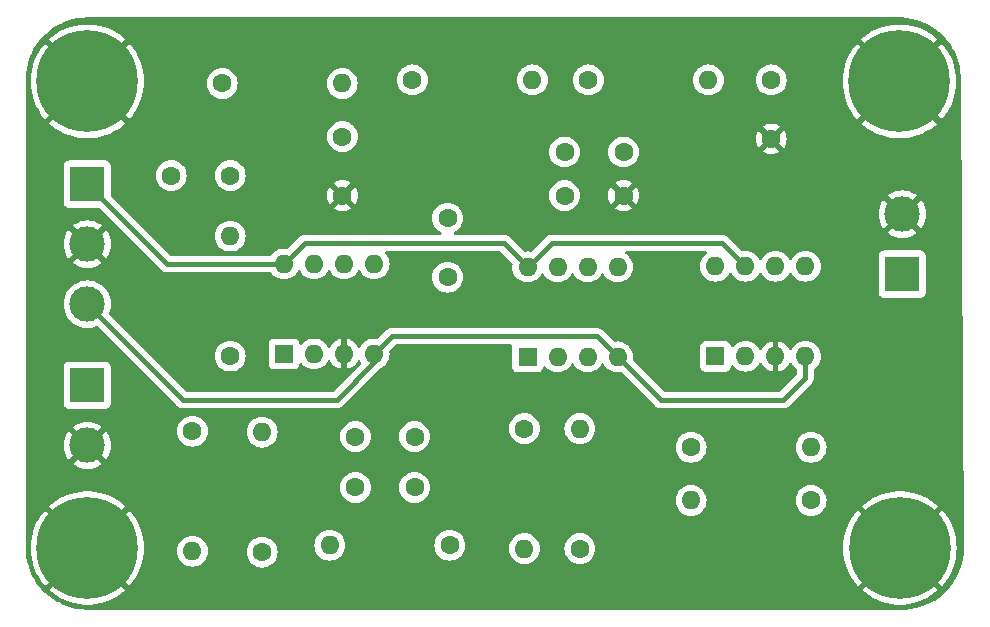
<source format=gbr>
%TF.GenerationSoftware,KiCad,Pcbnew,7.0.1*%
%TF.CreationDate,2024-05-30T20:12:37+02:00*%
%TF.ProjectId,Butterworth,42757474-6572-4776-9f72-74682e6b6963,rev?*%
%TF.SameCoordinates,Original*%
%TF.FileFunction,Copper,L2,Bot*%
%TF.FilePolarity,Positive*%
%FSLAX46Y46*%
G04 Gerber Fmt 4.6, Leading zero omitted, Abs format (unit mm)*
G04 Created by KiCad (PCBNEW 7.0.1) date 2024-05-30 20:12:37*
%MOMM*%
%LPD*%
G01*
G04 APERTURE LIST*
%TA.AperFunction,ComponentPad*%
%ADD10C,1.600000*%
%TD*%
%TA.AperFunction,ComponentPad*%
%ADD11R,3.000000X3.000000*%
%TD*%
%TA.AperFunction,ComponentPad*%
%ADD12C,3.000000*%
%TD*%
%TA.AperFunction,ComponentPad*%
%ADD13O,1.600000X1.600000*%
%TD*%
%TA.AperFunction,ComponentPad*%
%ADD14R,1.600000X1.600000*%
%TD*%
%TA.AperFunction,ComponentPad*%
%ADD15C,0.900000*%
%TD*%
%TA.AperFunction,ComponentPad*%
%ADD16C,8.600000*%
%TD*%
%TA.AperFunction,Conductor*%
%ADD17C,0.250000*%
%TD*%
%TA.AperFunction,Conductor*%
%ADD18C,0.400000*%
%TD*%
G04 APERTURE END LIST*
D10*
%TO.P,C3,1*%
%TO.N,Net-(C3-Pad1)*%
X90100000Y-56700000D03*
%TO.P,C3,2*%
%TO.N,Net-(U1B--)*%
X85100000Y-56700000D03*
%TD*%
%TO.P,C4,1*%
%TO.N,Net-(U1B-+)*%
X99600000Y-53400000D03*
%TO.P,C4,2*%
%TO.N,GND*%
X99600000Y-58400000D03*
%TD*%
%TO.P,C7,1*%
%TO.N,Net-(C7-Pad1)*%
X123400000Y-54700000D03*
%TO.P,C7,2*%
%TO.N,Net-(U2B--)*%
X118400000Y-54700000D03*
%TD*%
D11*
%TO.P,J3,1,Pin_1*%
%TO.N,V+*%
X78000000Y-57420000D03*
D12*
%TO.P,J3,2,Pin_2*%
%TO.N,GND*%
X78000000Y-62500000D03*
%TO.P,J3,3,Pin_3*%
%TO.N,V-*%
X78000000Y-67580000D03*
%TD*%
D10*
%TO.P,R5,1*%
%TO.N,Net-(C3-Pad1)*%
X89420000Y-48900000D03*
D13*
%TO.P,R5,2*%
%TO.N,Net-(U1B-+)*%
X99580000Y-48900000D03*
%TD*%
D10*
%TO.P,R11,1*%
%TO.N,Net-(U3--)*%
X139280000Y-84200000D03*
D13*
%TO.P,R11,2*%
%TO.N,OUT*%
X129120000Y-84200000D03*
%TD*%
D14*
%TO.P,U2,1*%
%TO.N,Net-(U2A--)*%
X115280000Y-72050000D03*
D13*
%TO.P,U2,2,-*%
X117820000Y-72050000D03*
%TO.P,U2,3,+*%
%TO.N,Net-(U2A-+)*%
X120360000Y-72050000D03*
%TO.P,U2,4,V-*%
%TO.N,V-*%
X122900000Y-72050000D03*
%TO.P,U2,5,+*%
%TO.N,Net-(U2B-+)*%
X122900000Y-64430000D03*
%TO.P,U2,6,-*%
%TO.N,Net-(U2B--)*%
X120360000Y-64430000D03*
%TO.P,U2,7*%
X117820000Y-64430000D03*
%TO.P,U2,8,V+*%
%TO.N,V+*%
X115280000Y-64430000D03*
%TD*%
D10*
%TO.P,C2,1*%
%TO.N,Net-(U1A--)*%
X105700000Y-83100000D03*
%TO.P,C2,2*%
%TO.N,Net-(C1-Pad2)*%
X100700000Y-83100000D03*
%TD*%
%TO.P,C5,1*%
%TO.N,Net-(C5-Pad1)*%
X108500000Y-60300000D03*
%TO.P,C5,2*%
%TO.N,Net-(U2A--)*%
X108500000Y-65300000D03*
%TD*%
%TO.P,R7,1*%
%TO.N,Net-(C5-Pad1)*%
X120420000Y-48600000D03*
D13*
%TO.P,R7,2*%
%TO.N,Net-(U2A-+)*%
X130580000Y-48600000D03*
%TD*%
D15*
%TO.P,H3,1,1*%
%TO.N,GND*%
X143575000Y-88225000D03*
X144519581Y-85944581D03*
X144519581Y-90505419D03*
X146800000Y-85000000D03*
D16*
X146800000Y-88225000D03*
D15*
X146800000Y-91450000D03*
X149080419Y-85944581D03*
X149080419Y-90505419D03*
X150025000Y-88225000D03*
%TD*%
D10*
%TO.P,R4,1*%
%TO.N,Net-(C1-Pad2)*%
X90100000Y-71980000D03*
D13*
%TO.P,R4,2*%
%TO.N,Net-(C3-Pad1)*%
X90100000Y-61820000D03*
%TD*%
D10*
%TO.P,C6,1*%
%TO.N,Net-(U2A-+)*%
X135900000Y-48600000D03*
%TO.P,C6,2*%
%TO.N,GND*%
X135900000Y-53600000D03*
%TD*%
D14*
%TO.P,U3,1,NULL*%
%TO.N,unconnected-(U3-NULL-Pad1)*%
X131180000Y-72000000D03*
D13*
%TO.P,U3,2,-*%
%TO.N,Net-(U3--)*%
X133720000Y-72000000D03*
%TO.P,U3,3,+*%
%TO.N,GND*%
X136260000Y-72000000D03*
%TO.P,U3,4,V-*%
%TO.N,V-*%
X138800000Y-72000000D03*
%TO.P,U3,5,NULL*%
%TO.N,unconnected-(U3-NULL-Pad5)*%
X138800000Y-64380000D03*
%TO.P,U3,6*%
%TO.N,OUT*%
X136260000Y-64380000D03*
%TO.P,U3,7,V+*%
%TO.N,V+*%
X133720000Y-64380000D03*
%TO.P,U3,8,NC*%
%TO.N,unconnected-(U3-NC-Pad8)*%
X131180000Y-64380000D03*
%TD*%
D11*
%TO.P,J2,1,Pin_1*%
%TO.N,OUT*%
X147000000Y-65040000D03*
D12*
%TO.P,J2,2,Pin_2*%
%TO.N,GND*%
X147000000Y-59960000D03*
%TD*%
D10*
%TO.P,R8,1*%
%TO.N,Net-(U2A--)*%
X115000000Y-78120000D03*
D13*
%TO.P,R8,2*%
%TO.N,Net-(C7-Pad1)*%
X115000000Y-88280000D03*
%TD*%
D15*
%TO.P,H4,1,1*%
%TO.N,GND*%
X143525000Y-48725000D03*
X144469581Y-46444581D03*
X144469581Y-51005419D03*
X146750000Y-45500000D03*
D16*
X146750000Y-48725000D03*
D15*
X146750000Y-51950000D03*
X149030419Y-46444581D03*
X149030419Y-51005419D03*
X149975000Y-48725000D03*
%TD*%
D10*
%TO.P,R3,1*%
%TO.N,Net-(R2-Pad2)*%
X92800000Y-88580000D03*
D13*
%TO.P,R3,2*%
%TO.N,Net-(C1-Pad2)*%
X92800000Y-78420000D03*
%TD*%
D10*
%TO.P,R6,1*%
%TO.N,Net-(U1B--)*%
X105520000Y-48600000D03*
D13*
%TO.P,R6,2*%
%TO.N,Net-(C5-Pad1)*%
X115680000Y-48600000D03*
%TD*%
D10*
%TO.P,R2,1*%
%TO.N,Net-(U1A--)*%
X108680000Y-88000000D03*
D13*
%TO.P,R2,2*%
%TO.N,Net-(R2-Pad2)*%
X98520000Y-88000000D03*
%TD*%
D10*
%TO.P,R10,1*%
%TO.N,Net-(U2B--)*%
X129120000Y-79700000D03*
D13*
%TO.P,R10,2*%
%TO.N,Net-(U3--)*%
X139280000Y-79700000D03*
%TD*%
D10*
%TO.P,C1,1*%
%TO.N,Net-(U1A--)*%
X105700000Y-78800000D03*
%TO.P,C1,2*%
%TO.N,Net-(C1-Pad2)*%
X100700000Y-78800000D03*
%TD*%
%TO.P,R9,1*%
%TO.N,Net-(C7-Pad1)*%
X119700000Y-88280000D03*
D13*
%TO.P,R9,2*%
%TO.N,Net-(U2B-+)*%
X119700000Y-78120000D03*
%TD*%
D15*
%TO.P,H2,1,1*%
%TO.N,GND*%
X74775000Y-88225000D03*
X75719581Y-85944581D03*
X75719581Y-90505419D03*
X78000000Y-85000000D03*
D16*
X78000000Y-88225000D03*
D15*
X78000000Y-91450000D03*
X80280419Y-85944581D03*
X80280419Y-90505419D03*
X81225000Y-88225000D03*
%TD*%
D14*
%TO.P,U1,1*%
%TO.N,Net-(C1-Pad2)*%
X94660000Y-71800000D03*
D13*
%TO.P,U1,2,-*%
%TO.N,Net-(U1A--)*%
X97200000Y-71800000D03*
%TO.P,U1,3,+*%
%TO.N,GND*%
X99740000Y-71800000D03*
%TO.P,U1,4,V-*%
%TO.N,V-*%
X102280000Y-71800000D03*
%TO.P,U1,5,+*%
%TO.N,Net-(U1B-+)*%
X102280000Y-64180000D03*
%TO.P,U1,6,-*%
%TO.N,Net-(U1B--)*%
X99740000Y-64180000D03*
%TO.P,U1,7*%
X97200000Y-64180000D03*
%TO.P,U1,8,V+*%
%TO.N,V+*%
X94660000Y-64180000D03*
%TD*%
D10*
%TO.P,R1,1*%
%TO.N,IN*%
X86900000Y-78340000D03*
D13*
%TO.P,R1,2*%
%TO.N,Net-(U1A--)*%
X86900000Y-88500000D03*
%TD*%
D10*
%TO.P,C8,1*%
%TO.N,Net-(U2B-+)*%
X118400000Y-58400000D03*
%TO.P,C8,2*%
%TO.N,GND*%
X123400000Y-58400000D03*
%TD*%
D11*
%TO.P,J1,1,Pin_1*%
%TO.N,IN*%
X78000000Y-74460000D03*
D12*
%TO.P,J1,2,Pin_2*%
%TO.N,GND*%
X78000000Y-79540000D03*
%TD*%
D15*
%TO.P,H1,1,1*%
%TO.N,GND*%
X74775000Y-48719581D03*
X75719581Y-46439162D03*
X75719581Y-51000000D03*
X78000000Y-45494581D03*
D16*
X78000000Y-48719581D03*
D15*
X78000000Y-51944581D03*
X80280419Y-46439162D03*
X80280419Y-51000000D03*
X81225000Y-48719581D03*
%TD*%
D17*
%TO.N,GND*%
X149750000Y-85275000D02*
X146800000Y-88225000D01*
D18*
%TO.N,V+*%
X78000000Y-57420000D02*
X84760000Y-64180000D01*
X117310000Y-62400000D02*
X131740000Y-62400000D01*
X131740000Y-62400000D02*
X133720000Y-64380000D01*
X113250000Y-62400000D02*
X115280000Y-64430000D01*
X115280000Y-64430000D02*
X117310000Y-62400000D01*
X84760000Y-64180000D02*
X94660000Y-64180000D01*
X96440000Y-62400000D02*
X113250000Y-62400000D01*
X94660000Y-64180000D02*
X96440000Y-62400000D01*
%TO.N,V-*%
X122900000Y-72050000D02*
X126550000Y-75700000D01*
X99100000Y-75700000D02*
X102280000Y-72520000D01*
X121150000Y-70300000D02*
X122900000Y-72050000D01*
X126550000Y-75700000D02*
X136900000Y-75700000D01*
X78000000Y-67580000D02*
X86120000Y-75700000D01*
X136900000Y-75700000D02*
X138800000Y-73800000D01*
X102280000Y-72520000D02*
X102280000Y-71800000D01*
X103780000Y-70300000D02*
X121150000Y-70300000D01*
X138800000Y-73800000D02*
X138800000Y-72000000D01*
X102280000Y-71800000D02*
X103780000Y-70300000D01*
X86120000Y-75700000D02*
X99100000Y-75700000D01*
%TD*%
%TA.AperFunction,Conductor*%
%TO.N,GND*%
G36*
X146994953Y-43300965D02*
G01*
X147409853Y-43337053D01*
X147419994Y-43338360D01*
X147833944Y-43409176D01*
X147843934Y-43411313D01*
X148250620Y-43516070D01*
X148260431Y-43519034D01*
X148657076Y-43657017D01*
X148666608Y-43660782D01*
X149050483Y-43831040D01*
X149059671Y-43835578D01*
X149428186Y-44036959D01*
X149436969Y-44042241D01*
X149531974Y-44104866D01*
X149787610Y-44273376D01*
X149795905Y-44279350D01*
X150062312Y-44488457D01*
X150126253Y-44538645D01*
X150134046Y-44545300D01*
X150441853Y-44830989D01*
X150449070Y-44838266D01*
X150732218Y-45148382D01*
X150738810Y-45156229D01*
X150995396Y-45488684D01*
X151001317Y-45497049D01*
X151229571Y-45849554D01*
X151234781Y-45858380D01*
X151433137Y-46228516D01*
X151437601Y-46237741D01*
X151604725Y-46623018D01*
X151608411Y-46632581D01*
X151743142Y-47030323D01*
X151746026Y-47040157D01*
X151847454Y-47447676D01*
X151849516Y-47457716D01*
X151916942Y-47872212D01*
X151918168Y-47882386D01*
X151951137Y-48301035D01*
X151951519Y-48311277D01*
X151950047Y-48671152D01*
X151949019Y-48676696D01*
X151949434Y-48740903D01*
X151949309Y-48747330D01*
X151947374Y-48789919D01*
X151949868Y-48807934D01*
X152205152Y-88247068D01*
X152205043Y-88253143D01*
X152186581Y-88686968D01*
X152185685Y-88697475D01*
X152130703Y-89126043D01*
X152128918Y-89136436D01*
X152037720Y-89558796D01*
X152035058Y-89568999D01*
X151908308Y-89982074D01*
X151904789Y-89992014D01*
X151743400Y-90392832D01*
X151739049Y-90402438D01*
X151544188Y-90788095D01*
X151539037Y-90797295D01*
X151312115Y-91165000D01*
X151306208Y-91173720D01*
X151048864Y-91520820D01*
X151042229Y-91529016D01*
X150756339Y-91852981D01*
X150749033Y-91860584D01*
X150436629Y-92159111D01*
X150428702Y-92166065D01*
X150092085Y-92436953D01*
X150083596Y-92443209D01*
X149725172Y-92684524D01*
X149716183Y-92690036D01*
X149338556Y-92900024D01*
X149329130Y-92904752D01*
X148935022Y-93081899D01*
X148925229Y-93085809D01*
X148517503Y-93228829D01*
X148507414Y-93231893D01*
X148089007Y-93339757D01*
X148078693Y-93341953D01*
X147652639Y-93413877D01*
X147642176Y-93415189D01*
X147211532Y-93450656D01*
X147200995Y-93451073D01*
X146830274Y-93450001D01*
X146827576Y-93449493D01*
X146759643Y-93449498D01*
X146754006Y-93449370D01*
X146708800Y-93447316D01*
X146692616Y-93449503D01*
X78002637Y-93455176D01*
X77997355Y-93455064D01*
X77563031Y-93436581D01*
X77552524Y-93435685D01*
X77123956Y-93380703D01*
X77113563Y-93378918D01*
X76691203Y-93287720D01*
X76681000Y-93285058D01*
X76267925Y-93158308D01*
X76257985Y-93154789D01*
X75937858Y-93025890D01*
X75857162Y-92993397D01*
X75847576Y-92989056D01*
X75557174Y-92842325D01*
X75461904Y-92794188D01*
X75452704Y-92789037D01*
X75084988Y-92562109D01*
X75076279Y-92556208D01*
X74729179Y-92298864D01*
X74720983Y-92292229D01*
X74397018Y-92006339D01*
X74389415Y-91999033D01*
X74328137Y-91934907D01*
X74191268Y-91791675D01*
X74786877Y-91791675D01*
X75004239Y-91981579D01*
X75353021Y-92234983D01*
X75723147Y-92456123D01*
X76111573Y-92643179D01*
X76515226Y-92794673D01*
X76930823Y-92909371D01*
X77355025Y-92986352D01*
X77784434Y-93025000D01*
X78215566Y-93025000D01*
X78644974Y-92986352D01*
X79069176Y-92909371D01*
X79484773Y-92794673D01*
X79888426Y-92643179D01*
X80276852Y-92456123D01*
X80646978Y-92234983D01*
X80995760Y-91981579D01*
X81213121Y-91791675D01*
X143586877Y-91791675D01*
X143804239Y-91981579D01*
X144153021Y-92234983D01*
X144523147Y-92456123D01*
X144911573Y-92643179D01*
X145315226Y-92794673D01*
X145730823Y-92909371D01*
X146155025Y-92986352D01*
X146584434Y-93025000D01*
X147015566Y-93025000D01*
X147444974Y-92986352D01*
X147869176Y-92909371D01*
X148284773Y-92794673D01*
X148688426Y-92643179D01*
X149076852Y-92456123D01*
X149446978Y-92234983D01*
X149795760Y-91981579D01*
X150013121Y-91791675D01*
X146800000Y-88578553D01*
X143586877Y-91791675D01*
X81213121Y-91791675D01*
X78000000Y-88578553D01*
X74786877Y-91791675D01*
X74191268Y-91791675D01*
X74090888Y-91686629D01*
X74083934Y-91678702D01*
X73813046Y-91342085D01*
X73806790Y-91333596D01*
X73692512Y-91163859D01*
X73565472Y-90975168D01*
X73559972Y-90966197D01*
X73349964Y-90588534D01*
X73345252Y-90579141D01*
X73168099Y-90185021D01*
X73164190Y-90175229D01*
X73021170Y-89767503D01*
X73018106Y-89757414D01*
X72973779Y-89585468D01*
X72910239Y-89338993D01*
X72908049Y-89328707D01*
X72836121Y-88902634D01*
X72834810Y-88892176D01*
X72827770Y-88806692D01*
X72799342Y-88461526D01*
X72798926Y-88450996D01*
X72798939Y-88446496D01*
X72799579Y-88224999D01*
X73195161Y-88224999D01*
X73214504Y-88655698D01*
X73272379Y-89082941D01*
X73368314Y-89503262D01*
X73501544Y-89913302D01*
X73670987Y-90309734D01*
X73875295Y-90689402D01*
X74112802Y-91049210D01*
X74381616Y-91386292D01*
X74432223Y-91439222D01*
X77646446Y-88225000D01*
X78353553Y-88225000D01*
X81567775Y-91439222D01*
X81567776Y-91439222D01*
X81618383Y-91386291D01*
X81887197Y-91049210D01*
X82124704Y-90689402D01*
X82329012Y-90309734D01*
X82498455Y-89913302D01*
X82631685Y-89503262D01*
X82727620Y-89082941D01*
X82785495Y-88655698D01*
X82792488Y-88500000D01*
X85594531Y-88500000D01*
X85614364Y-88726689D01*
X85673261Y-88946497D01*
X85769432Y-89152735D01*
X85899953Y-89339140D01*
X86060859Y-89500046D01*
X86247264Y-89630567D01*
X86247265Y-89630567D01*
X86247266Y-89630568D01*
X86453504Y-89726739D01*
X86673308Y-89785635D01*
X86824436Y-89798857D01*
X86899999Y-89805468D01*
X86899999Y-89805467D01*
X86900000Y-89805468D01*
X87126692Y-89785635D01*
X87346496Y-89726739D01*
X87552734Y-89630568D01*
X87739139Y-89500047D01*
X87900047Y-89339139D01*
X88030568Y-89152734D01*
X88126739Y-88946496D01*
X88185635Y-88726692D01*
X88198469Y-88579999D01*
X91494531Y-88579999D01*
X91514364Y-88806689D01*
X91573261Y-89026497D01*
X91669432Y-89232735D01*
X91799953Y-89419140D01*
X91960859Y-89580046D01*
X92147264Y-89710567D01*
X92147265Y-89710567D01*
X92147266Y-89710568D01*
X92353504Y-89806739D01*
X92573308Y-89865635D01*
X92800000Y-89885468D01*
X93026692Y-89865635D01*
X93246496Y-89806739D01*
X93452734Y-89710568D01*
X93639139Y-89580047D01*
X93800047Y-89419139D01*
X93930568Y-89232734D01*
X94026739Y-89026496D01*
X94085635Y-88806692D01*
X94105468Y-88580000D01*
X94085635Y-88353308D01*
X94026739Y-88133504D01*
X93964485Y-88000000D01*
X97214531Y-88000000D01*
X97234364Y-88226689D01*
X97293261Y-88446497D01*
X97389432Y-88652735D01*
X97519953Y-88839140D01*
X97680859Y-89000046D01*
X97867264Y-89130567D01*
X97867265Y-89130567D01*
X97867266Y-89130568D01*
X98073504Y-89226739D01*
X98293308Y-89285635D01*
X98444435Y-89298856D01*
X98519999Y-89305468D01*
X98519999Y-89305467D01*
X98520000Y-89305468D01*
X98746692Y-89285635D01*
X98966496Y-89226739D01*
X99172734Y-89130568D01*
X99359139Y-89000047D01*
X99520047Y-88839139D01*
X99650568Y-88652734D01*
X99746739Y-88446496D01*
X99805635Y-88226692D01*
X99825468Y-88000000D01*
X107374531Y-88000000D01*
X107394364Y-88226689D01*
X107453261Y-88446497D01*
X107549432Y-88652735D01*
X107679953Y-88839140D01*
X107840859Y-89000046D01*
X108027264Y-89130567D01*
X108027265Y-89130567D01*
X108027266Y-89130568D01*
X108233504Y-89226739D01*
X108453308Y-89285635D01*
X108604435Y-89298856D01*
X108679999Y-89305468D01*
X108679999Y-89305467D01*
X108680000Y-89305468D01*
X108906692Y-89285635D01*
X109126496Y-89226739D01*
X109332734Y-89130568D01*
X109519139Y-89000047D01*
X109680047Y-88839139D01*
X109810568Y-88652734D01*
X109906739Y-88446496D01*
X109951352Y-88279999D01*
X113694531Y-88279999D01*
X113714364Y-88506689D01*
X113773261Y-88726497D01*
X113869432Y-88932735D01*
X113999953Y-89119140D01*
X114160859Y-89280046D01*
X114347264Y-89410567D01*
X114347265Y-89410567D01*
X114347266Y-89410568D01*
X114553504Y-89506739D01*
X114773308Y-89565635D01*
X115000000Y-89585468D01*
X115226692Y-89565635D01*
X115446496Y-89506739D01*
X115652734Y-89410568D01*
X115839139Y-89280047D01*
X116000047Y-89119139D01*
X116130568Y-88932734D01*
X116226739Y-88726496D01*
X116285635Y-88506692D01*
X116305468Y-88280000D01*
X116305468Y-88279999D01*
X118394531Y-88279999D01*
X118414364Y-88506689D01*
X118473261Y-88726497D01*
X118569432Y-88932735D01*
X118699953Y-89119140D01*
X118860859Y-89280046D01*
X119047264Y-89410567D01*
X119047265Y-89410567D01*
X119047266Y-89410568D01*
X119253504Y-89506739D01*
X119473308Y-89565635D01*
X119700000Y-89585468D01*
X119926692Y-89565635D01*
X120146496Y-89506739D01*
X120352734Y-89410568D01*
X120539139Y-89280047D01*
X120700047Y-89119139D01*
X120830568Y-88932734D01*
X120926739Y-88726496D01*
X120985635Y-88506692D01*
X121005468Y-88280000D01*
X121000656Y-88224999D01*
X141995161Y-88224999D01*
X142014504Y-88655698D01*
X142072379Y-89082941D01*
X142168314Y-89503262D01*
X142301544Y-89913302D01*
X142470987Y-90309734D01*
X142675295Y-90689402D01*
X142912802Y-91049210D01*
X143181616Y-91386292D01*
X143232223Y-91439222D01*
X146446446Y-88225000D01*
X146446446Y-88224999D01*
X147153553Y-88224999D01*
X150367776Y-91439222D01*
X150418383Y-91386291D01*
X150687197Y-91049210D01*
X150924704Y-90689402D01*
X151129012Y-90309734D01*
X151298455Y-89913302D01*
X151431685Y-89503262D01*
X151527620Y-89082941D01*
X151585495Y-88655698D01*
X151604838Y-88224999D01*
X151585495Y-87794301D01*
X151527620Y-87367058D01*
X151431685Y-86946737D01*
X151298455Y-86536697D01*
X151129012Y-86140265D01*
X150924704Y-85760597D01*
X150687197Y-85400789D01*
X150418383Y-85063707D01*
X150367775Y-85010776D01*
X147153553Y-88224999D01*
X146446446Y-88224999D01*
X146446446Y-88224998D01*
X143232224Y-85010777D01*
X143232223Y-85010777D01*
X143181616Y-85063708D01*
X142912802Y-85400789D01*
X142675295Y-85760597D01*
X142470987Y-86140265D01*
X142301544Y-86536697D01*
X142168314Y-86946737D01*
X142072379Y-87367058D01*
X142014504Y-87794301D01*
X141995161Y-88224999D01*
X121000656Y-88224999D01*
X120985635Y-88053308D01*
X120926739Y-87833504D01*
X120830568Y-87627266D01*
X120797439Y-87579953D01*
X120700046Y-87440859D01*
X120539140Y-87279953D01*
X120352735Y-87149432D01*
X120146497Y-87053261D01*
X119926689Y-86994364D01*
X119699999Y-86974531D01*
X119473310Y-86994364D01*
X119253502Y-87053261D01*
X119047264Y-87149432D01*
X118860859Y-87279953D01*
X118699953Y-87440859D01*
X118569432Y-87627264D01*
X118473261Y-87833502D01*
X118414364Y-88053310D01*
X118394531Y-88279999D01*
X116305468Y-88279999D01*
X116285635Y-88053308D01*
X116226739Y-87833504D01*
X116130568Y-87627266D01*
X116097439Y-87579953D01*
X116000046Y-87440859D01*
X115839140Y-87279953D01*
X115652735Y-87149432D01*
X115446497Y-87053261D01*
X115226689Y-86994364D01*
X114999999Y-86974531D01*
X114773310Y-86994364D01*
X114553502Y-87053261D01*
X114347264Y-87149432D01*
X114160859Y-87279953D01*
X113999953Y-87440859D01*
X113869432Y-87627264D01*
X113773261Y-87833502D01*
X113714364Y-88053310D01*
X113694531Y-88279999D01*
X109951352Y-88279999D01*
X109965635Y-88226692D01*
X109985468Y-88000000D01*
X109965635Y-87773308D01*
X109906739Y-87553504D01*
X109810568Y-87347266D01*
X109763435Y-87279953D01*
X109680046Y-87160859D01*
X109519140Y-86999953D01*
X109332735Y-86869432D01*
X109126497Y-86773261D01*
X108906689Y-86714364D01*
X108680000Y-86694531D01*
X108453310Y-86714364D01*
X108233502Y-86773261D01*
X108027264Y-86869432D01*
X107840859Y-86999953D01*
X107679953Y-87160859D01*
X107549432Y-87347264D01*
X107453261Y-87553502D01*
X107394364Y-87773310D01*
X107374531Y-88000000D01*
X99825468Y-88000000D01*
X99805635Y-87773308D01*
X99746739Y-87553504D01*
X99650568Y-87347266D01*
X99603435Y-87279953D01*
X99520046Y-87160859D01*
X99359140Y-86999953D01*
X99172735Y-86869432D01*
X98966497Y-86773261D01*
X98746689Y-86714364D01*
X98520000Y-86694531D01*
X98293310Y-86714364D01*
X98073502Y-86773261D01*
X97867264Y-86869432D01*
X97680859Y-86999953D01*
X97519953Y-87160859D01*
X97389432Y-87347264D01*
X97293261Y-87553502D01*
X97234364Y-87773310D01*
X97214531Y-88000000D01*
X93964485Y-88000000D01*
X93930568Y-87927266D01*
X93864914Y-87833502D01*
X93800046Y-87740859D01*
X93639140Y-87579953D01*
X93452735Y-87449432D01*
X93246497Y-87353261D01*
X93026689Y-87294364D01*
X92800000Y-87274531D01*
X92573310Y-87294364D01*
X92353502Y-87353261D01*
X92147264Y-87449432D01*
X91960859Y-87579953D01*
X91799953Y-87740859D01*
X91669432Y-87927264D01*
X91573261Y-88133502D01*
X91514364Y-88353310D01*
X91494531Y-88579999D01*
X88198469Y-88579999D01*
X88205468Y-88500000D01*
X88185635Y-88273308D01*
X88126739Y-88053504D01*
X88030568Y-87847266D01*
X88020930Y-87833502D01*
X87900046Y-87660859D01*
X87739140Y-87499953D01*
X87552735Y-87369432D01*
X87346497Y-87273261D01*
X87126689Y-87214364D01*
X86900000Y-87194531D01*
X86673310Y-87214364D01*
X86453502Y-87273261D01*
X86247264Y-87369432D01*
X86060859Y-87499953D01*
X85899953Y-87660859D01*
X85769432Y-87847264D01*
X85673261Y-88053502D01*
X85614364Y-88273310D01*
X85594531Y-88500000D01*
X82792488Y-88500000D01*
X82804838Y-88224999D01*
X82785495Y-87794301D01*
X82727620Y-87367058D01*
X82631685Y-86946737D01*
X82498455Y-86536697D01*
X82329012Y-86140265D01*
X82124704Y-85760597D01*
X81887197Y-85400789D01*
X81618383Y-85063707D01*
X81567775Y-85010776D01*
X78353553Y-88224998D01*
X78353553Y-88225000D01*
X77646446Y-88225000D01*
X77646446Y-88224998D01*
X74432224Y-85010777D01*
X74432223Y-85010777D01*
X74381616Y-85063708D01*
X74112802Y-85400789D01*
X73875295Y-85760597D01*
X73670987Y-86140265D01*
X73501544Y-86536697D01*
X73368314Y-86946737D01*
X73272379Y-87367058D01*
X73214504Y-87794301D01*
X73195161Y-88224999D01*
X72799579Y-88224999D01*
X72799997Y-88080336D01*
X72800500Y-88077677D01*
X72800500Y-88009661D01*
X72800628Y-88004030D01*
X72802685Y-87958775D01*
X72800500Y-87942611D01*
X72800500Y-84658323D01*
X74786877Y-84658323D01*
X77999999Y-87871445D01*
X81213121Y-84658323D01*
X80995760Y-84468420D01*
X80646978Y-84215016D01*
X80276852Y-83993876D01*
X79888426Y-83806820D01*
X79484773Y-83655326D01*
X79069176Y-83540628D01*
X78644974Y-83463647D01*
X78215566Y-83425000D01*
X77784434Y-83425000D01*
X77355025Y-83463647D01*
X76930823Y-83540628D01*
X76515226Y-83655326D01*
X76111573Y-83806820D01*
X75723147Y-83993876D01*
X75353021Y-84215016D01*
X75004234Y-84468424D01*
X74786877Y-84658322D01*
X74786877Y-84658323D01*
X72800500Y-84658323D01*
X72800500Y-83100000D01*
X99394531Y-83100000D01*
X99414364Y-83326689D01*
X99473261Y-83546497D01*
X99569432Y-83752735D01*
X99699953Y-83939140D01*
X99860859Y-84100046D01*
X100047264Y-84230567D01*
X100047265Y-84230567D01*
X100047266Y-84230568D01*
X100253504Y-84326739D01*
X100473308Y-84385635D01*
X100624435Y-84398856D01*
X100699999Y-84405468D01*
X100699999Y-84405467D01*
X100700000Y-84405468D01*
X100926692Y-84385635D01*
X101146496Y-84326739D01*
X101352734Y-84230568D01*
X101539139Y-84100047D01*
X101700047Y-83939139D01*
X101830568Y-83752734D01*
X101926739Y-83546496D01*
X101985635Y-83326692D01*
X102005468Y-83100000D01*
X104394531Y-83100000D01*
X104414364Y-83326689D01*
X104473261Y-83546497D01*
X104569432Y-83752735D01*
X104699953Y-83939140D01*
X104860859Y-84100046D01*
X105047264Y-84230567D01*
X105047265Y-84230567D01*
X105047266Y-84230568D01*
X105253504Y-84326739D01*
X105473308Y-84385635D01*
X105624435Y-84398856D01*
X105699999Y-84405468D01*
X105699999Y-84405467D01*
X105700000Y-84405468D01*
X105926692Y-84385635D01*
X106146496Y-84326739D01*
X106352734Y-84230568D01*
X106396390Y-84200000D01*
X127814531Y-84200000D01*
X127834364Y-84426689D01*
X127893261Y-84646497D01*
X127989432Y-84852735D01*
X128119953Y-85039140D01*
X128280859Y-85200046D01*
X128467264Y-85330567D01*
X128467265Y-85330567D01*
X128467266Y-85330568D01*
X128673504Y-85426739D01*
X128893308Y-85485635D01*
X129120000Y-85505468D01*
X129346692Y-85485635D01*
X129566496Y-85426739D01*
X129772734Y-85330568D01*
X129959139Y-85200047D01*
X130120047Y-85039139D01*
X130250568Y-84852734D01*
X130346739Y-84646496D01*
X130405635Y-84426692D01*
X130425468Y-84200000D01*
X137974531Y-84200000D01*
X137994364Y-84426689D01*
X138053261Y-84646497D01*
X138149432Y-84852735D01*
X138279953Y-85039140D01*
X138440859Y-85200046D01*
X138627264Y-85330567D01*
X138627265Y-85330567D01*
X138627266Y-85330568D01*
X138833504Y-85426739D01*
X139053308Y-85485635D01*
X139280000Y-85505468D01*
X139506692Y-85485635D01*
X139726496Y-85426739D01*
X139932734Y-85330568D01*
X140119139Y-85200047D01*
X140280047Y-85039139D01*
X140410568Y-84852734D01*
X140501224Y-84658323D01*
X143586877Y-84658323D01*
X146799999Y-87871445D01*
X150013121Y-84658323D01*
X149795760Y-84468420D01*
X149446978Y-84215016D01*
X149076852Y-83993876D01*
X148688426Y-83806820D01*
X148284773Y-83655326D01*
X147869176Y-83540628D01*
X147444974Y-83463647D01*
X147015566Y-83425000D01*
X146584434Y-83425000D01*
X146155025Y-83463647D01*
X145730823Y-83540628D01*
X145315226Y-83655326D01*
X144911573Y-83806820D01*
X144523147Y-83993876D01*
X144153021Y-84215016D01*
X143804234Y-84468424D01*
X143586877Y-84658322D01*
X143586877Y-84658323D01*
X140501224Y-84658323D01*
X140506739Y-84646496D01*
X140565635Y-84426692D01*
X140585468Y-84200000D01*
X140565635Y-83973308D01*
X140506739Y-83753504D01*
X140410568Y-83547266D01*
X140324957Y-83425000D01*
X140280046Y-83360859D01*
X140119140Y-83199953D01*
X139932735Y-83069432D01*
X139726497Y-82973261D01*
X139506689Y-82914364D01*
X139280000Y-82894531D01*
X139053310Y-82914364D01*
X138833502Y-82973261D01*
X138627264Y-83069432D01*
X138440859Y-83199953D01*
X138279953Y-83360859D01*
X138149432Y-83547264D01*
X138053261Y-83753502D01*
X137994364Y-83973310D01*
X137974531Y-84200000D01*
X130425468Y-84200000D01*
X130405635Y-83973308D01*
X130346739Y-83753504D01*
X130250568Y-83547266D01*
X130164957Y-83425000D01*
X130120046Y-83360859D01*
X129959140Y-83199953D01*
X129772735Y-83069432D01*
X129566497Y-82973261D01*
X129346689Y-82914364D01*
X129120000Y-82894531D01*
X128893310Y-82914364D01*
X128673502Y-82973261D01*
X128467264Y-83069432D01*
X128280859Y-83199953D01*
X128119953Y-83360859D01*
X127989432Y-83547264D01*
X127893261Y-83753502D01*
X127834364Y-83973310D01*
X127814531Y-84200000D01*
X106396390Y-84200000D01*
X106539139Y-84100047D01*
X106700047Y-83939139D01*
X106830568Y-83752734D01*
X106926739Y-83546496D01*
X106985635Y-83326692D01*
X107005468Y-83100000D01*
X106985635Y-82873308D01*
X106926739Y-82653504D01*
X106830568Y-82447266D01*
X106700047Y-82260861D01*
X106700046Y-82260859D01*
X106539140Y-82099953D01*
X106352735Y-81969432D01*
X106146497Y-81873261D01*
X105926689Y-81814364D01*
X105699999Y-81794531D01*
X105473310Y-81814364D01*
X105253502Y-81873261D01*
X105047264Y-81969432D01*
X104860859Y-82099953D01*
X104699953Y-82260859D01*
X104569432Y-82447264D01*
X104473261Y-82653502D01*
X104414364Y-82873310D01*
X104394531Y-83100000D01*
X102005468Y-83100000D01*
X101985635Y-82873308D01*
X101926739Y-82653504D01*
X101830568Y-82447266D01*
X101700047Y-82260861D01*
X101700046Y-82260859D01*
X101539140Y-82099953D01*
X101352735Y-81969432D01*
X101146497Y-81873261D01*
X100926689Y-81814364D01*
X100699999Y-81794531D01*
X100473310Y-81814364D01*
X100253502Y-81873261D01*
X100047264Y-81969432D01*
X99860859Y-82099953D01*
X99699953Y-82260859D01*
X99569432Y-82447264D01*
X99473261Y-82653502D01*
X99414364Y-82873310D01*
X99394531Y-83100000D01*
X72800500Y-83100000D01*
X72800500Y-81120115D01*
X76773436Y-81120115D01*
X76915958Y-81226806D01*
X77167047Y-81363911D01*
X77435097Y-81463888D01*
X77714642Y-81524699D01*
X78000000Y-81545109D01*
X78285357Y-81524699D01*
X78564902Y-81463888D01*
X78832952Y-81363911D01*
X79084041Y-81226806D01*
X79226562Y-81120115D01*
X78000001Y-79893553D01*
X78000000Y-79893553D01*
X76773436Y-81120115D01*
X72800500Y-81120115D01*
X72800500Y-79539999D01*
X75994890Y-79539999D01*
X76015300Y-79825357D01*
X76076111Y-80104902D01*
X76176088Y-80372952D01*
X76313193Y-80624042D01*
X76419883Y-80766562D01*
X77646446Y-79540001D01*
X78353553Y-79540001D01*
X79580115Y-80766562D01*
X79686806Y-80624041D01*
X79823911Y-80372952D01*
X79923888Y-80104902D01*
X79984699Y-79825357D01*
X80005109Y-79539999D01*
X79984699Y-79254642D01*
X79923888Y-78975097D01*
X79823911Y-78707047D01*
X79686806Y-78455958D01*
X79600001Y-78340000D01*
X85594531Y-78340000D01*
X85614364Y-78566689D01*
X85673261Y-78786497D01*
X85769432Y-78992735D01*
X85899953Y-79179140D01*
X86060859Y-79340046D01*
X86247264Y-79470567D01*
X86247265Y-79470567D01*
X86247266Y-79470568D01*
X86453504Y-79566739D01*
X86673308Y-79625635D01*
X86900000Y-79645468D01*
X87126692Y-79625635D01*
X87346496Y-79566739D01*
X87552734Y-79470568D01*
X87739139Y-79340047D01*
X87900047Y-79179139D01*
X88030568Y-78992734D01*
X88126739Y-78786496D01*
X88185635Y-78566692D01*
X88198469Y-78419999D01*
X91494531Y-78419999D01*
X91514364Y-78646689D01*
X91573261Y-78866497D01*
X91669432Y-79072735D01*
X91799953Y-79259140D01*
X91960859Y-79420046D01*
X92147264Y-79550567D01*
X92147265Y-79550567D01*
X92147266Y-79550568D01*
X92353504Y-79646739D01*
X92573308Y-79705635D01*
X92800000Y-79725468D01*
X93026692Y-79705635D01*
X93246496Y-79646739D01*
X93452734Y-79550568D01*
X93639139Y-79420047D01*
X93800047Y-79259139D01*
X93930568Y-79072734D01*
X94026739Y-78866496D01*
X94044557Y-78799999D01*
X99394531Y-78799999D01*
X99414364Y-79026689D01*
X99473261Y-79246497D01*
X99569432Y-79452735D01*
X99699953Y-79639140D01*
X99860859Y-79800046D01*
X100047264Y-79930567D01*
X100047265Y-79930567D01*
X100047266Y-79930568D01*
X100253504Y-80026739D01*
X100473308Y-80085635D01*
X100700000Y-80105468D01*
X100926692Y-80085635D01*
X101146496Y-80026739D01*
X101352734Y-79930568D01*
X101539139Y-79800047D01*
X101700047Y-79639139D01*
X101830568Y-79452734D01*
X101926739Y-79246496D01*
X101985635Y-79026692D01*
X102005468Y-78800000D01*
X102005468Y-78799999D01*
X104394531Y-78799999D01*
X104414364Y-79026689D01*
X104473261Y-79246497D01*
X104569432Y-79452735D01*
X104699953Y-79639140D01*
X104860859Y-79800046D01*
X105047264Y-79930567D01*
X105047265Y-79930567D01*
X105047266Y-79930568D01*
X105253504Y-80026739D01*
X105473308Y-80085635D01*
X105700000Y-80105468D01*
X105926692Y-80085635D01*
X106146496Y-80026739D01*
X106352734Y-79930568D01*
X106539139Y-79800047D01*
X106639187Y-79699999D01*
X127814531Y-79699999D01*
X127834364Y-79926689D01*
X127893261Y-80146497D01*
X127989432Y-80352735D01*
X128119953Y-80539140D01*
X128280859Y-80700046D01*
X128467264Y-80830567D01*
X128467265Y-80830567D01*
X128467266Y-80830568D01*
X128673504Y-80926739D01*
X128893308Y-80985635D01*
X129120000Y-81005468D01*
X129346692Y-80985635D01*
X129566496Y-80926739D01*
X129772734Y-80830568D01*
X129959139Y-80700047D01*
X130120047Y-80539139D01*
X130250568Y-80352734D01*
X130346739Y-80146496D01*
X130405635Y-79926692D01*
X130425468Y-79700000D01*
X130425468Y-79699999D01*
X137974531Y-79699999D01*
X137994364Y-79926689D01*
X138053261Y-80146497D01*
X138149432Y-80352735D01*
X138279953Y-80539140D01*
X138440859Y-80700046D01*
X138627264Y-80830567D01*
X138627265Y-80830567D01*
X138627266Y-80830568D01*
X138833504Y-80926739D01*
X139053308Y-80985635D01*
X139280000Y-81005468D01*
X139506692Y-80985635D01*
X139726496Y-80926739D01*
X139932734Y-80830568D01*
X140119139Y-80700047D01*
X140280047Y-80539139D01*
X140410568Y-80352734D01*
X140506739Y-80146496D01*
X140565635Y-79926692D01*
X140585468Y-79700000D01*
X140565635Y-79473308D01*
X140506739Y-79253504D01*
X140410568Y-79047266D01*
X140372385Y-78992735D01*
X140280046Y-78860859D01*
X140119140Y-78699953D01*
X139932735Y-78569432D01*
X139726497Y-78473261D01*
X139506689Y-78414364D01*
X139280000Y-78394531D01*
X139053310Y-78414364D01*
X138833502Y-78473261D01*
X138627264Y-78569432D01*
X138440859Y-78699953D01*
X138279953Y-78860859D01*
X138149432Y-79047264D01*
X138053261Y-79253502D01*
X137994364Y-79473310D01*
X137974531Y-79699999D01*
X130425468Y-79699999D01*
X130405635Y-79473308D01*
X130346739Y-79253504D01*
X130250568Y-79047266D01*
X130212385Y-78992735D01*
X130120046Y-78860859D01*
X129959140Y-78699953D01*
X129772735Y-78569432D01*
X129566497Y-78473261D01*
X129346689Y-78414364D01*
X129120000Y-78394531D01*
X128893310Y-78414364D01*
X128673502Y-78473261D01*
X128467264Y-78569432D01*
X128280859Y-78699953D01*
X128119953Y-78860859D01*
X127989432Y-79047264D01*
X127893261Y-79253502D01*
X127834364Y-79473310D01*
X127814531Y-79699999D01*
X106639187Y-79699999D01*
X106700047Y-79639139D01*
X106830568Y-79452734D01*
X106926739Y-79246496D01*
X106985635Y-79026692D01*
X107005468Y-78800000D01*
X106985635Y-78573308D01*
X106926739Y-78353504D01*
X106830568Y-78147266D01*
X106811476Y-78120000D01*
X106811475Y-78119999D01*
X113694531Y-78119999D01*
X113714364Y-78346689D01*
X113773261Y-78566497D01*
X113869432Y-78772735D01*
X113999953Y-78959140D01*
X114160859Y-79120046D01*
X114347264Y-79250567D01*
X114347265Y-79250567D01*
X114347266Y-79250568D01*
X114553504Y-79346739D01*
X114773308Y-79405635D01*
X114924435Y-79418856D01*
X114999999Y-79425468D01*
X114999999Y-79425467D01*
X115000000Y-79425468D01*
X115226692Y-79405635D01*
X115446496Y-79346739D01*
X115652734Y-79250568D01*
X115839139Y-79120047D01*
X116000047Y-78959139D01*
X116130568Y-78772734D01*
X116226739Y-78566496D01*
X116285635Y-78346692D01*
X116305468Y-78120000D01*
X116305468Y-78119999D01*
X118394531Y-78119999D01*
X118414364Y-78346689D01*
X118473261Y-78566497D01*
X118569432Y-78772735D01*
X118699953Y-78959140D01*
X118860859Y-79120046D01*
X119047264Y-79250567D01*
X119047265Y-79250567D01*
X119047266Y-79250568D01*
X119253504Y-79346739D01*
X119473308Y-79405635D01*
X119624435Y-79418856D01*
X119699999Y-79425468D01*
X119699999Y-79425467D01*
X119700000Y-79425468D01*
X119926692Y-79405635D01*
X120146496Y-79346739D01*
X120352734Y-79250568D01*
X120539139Y-79120047D01*
X120700047Y-78959139D01*
X120830568Y-78772734D01*
X120926739Y-78566496D01*
X120985635Y-78346692D01*
X121005468Y-78120000D01*
X120985635Y-77893308D01*
X120926739Y-77673504D01*
X120830568Y-77467266D01*
X120797439Y-77419953D01*
X120700046Y-77280859D01*
X120539140Y-77119953D01*
X120352735Y-76989432D01*
X120146497Y-76893261D01*
X119926689Y-76834364D01*
X119699999Y-76814531D01*
X119473310Y-76834364D01*
X119253502Y-76893261D01*
X119047264Y-76989432D01*
X118860859Y-77119953D01*
X118699953Y-77280859D01*
X118569432Y-77467264D01*
X118473261Y-77673502D01*
X118414364Y-77893310D01*
X118394531Y-78119999D01*
X116305468Y-78119999D01*
X116285635Y-77893308D01*
X116226739Y-77673504D01*
X116130568Y-77467266D01*
X116097439Y-77419953D01*
X116000046Y-77280859D01*
X115839140Y-77119953D01*
X115652735Y-76989432D01*
X115446497Y-76893261D01*
X115226689Y-76834364D01*
X114999999Y-76814531D01*
X114773310Y-76834364D01*
X114553502Y-76893261D01*
X114347264Y-76989432D01*
X114160859Y-77119953D01*
X113999953Y-77280859D01*
X113869432Y-77467264D01*
X113773261Y-77673502D01*
X113714364Y-77893310D01*
X113694531Y-78119999D01*
X106811475Y-78119999D01*
X106700046Y-77960859D01*
X106539140Y-77799953D01*
X106352735Y-77669432D01*
X106146497Y-77573261D01*
X105926689Y-77514364D01*
X105700000Y-77494531D01*
X105473310Y-77514364D01*
X105253502Y-77573261D01*
X105047264Y-77669432D01*
X104860859Y-77799953D01*
X104699953Y-77960859D01*
X104569432Y-78147264D01*
X104473261Y-78353502D01*
X104414364Y-78573310D01*
X104394531Y-78799999D01*
X102005468Y-78799999D01*
X101985635Y-78573308D01*
X101926739Y-78353504D01*
X101830568Y-78147266D01*
X101811476Y-78120000D01*
X101700046Y-77960859D01*
X101539140Y-77799953D01*
X101352735Y-77669432D01*
X101146497Y-77573261D01*
X100926689Y-77514364D01*
X100700000Y-77494531D01*
X100473310Y-77514364D01*
X100253502Y-77573261D01*
X100047264Y-77669432D01*
X99860859Y-77799953D01*
X99699953Y-77960859D01*
X99569432Y-78147264D01*
X99473261Y-78353502D01*
X99414364Y-78573310D01*
X99394531Y-78799999D01*
X94044557Y-78799999D01*
X94085635Y-78646692D01*
X94105468Y-78420000D01*
X94085635Y-78193308D01*
X94026739Y-77973504D01*
X93930568Y-77767266D01*
X93894733Y-77716088D01*
X93800046Y-77580859D01*
X93639140Y-77419953D01*
X93452735Y-77289432D01*
X93246497Y-77193261D01*
X93026689Y-77134364D01*
X92800000Y-77114531D01*
X92573310Y-77134364D01*
X92353502Y-77193261D01*
X92147264Y-77289432D01*
X91960859Y-77419953D01*
X91799953Y-77580859D01*
X91669432Y-77767264D01*
X91573261Y-77973502D01*
X91514364Y-78193310D01*
X91494531Y-78419999D01*
X88198469Y-78419999D01*
X88205468Y-78340000D01*
X88185635Y-78113308D01*
X88126739Y-77893504D01*
X88030568Y-77687266D01*
X88020930Y-77673502D01*
X87900046Y-77500859D01*
X87739140Y-77339953D01*
X87552735Y-77209432D01*
X87346497Y-77113261D01*
X87126689Y-77054364D01*
X86900000Y-77034531D01*
X86673310Y-77054364D01*
X86453502Y-77113261D01*
X86247264Y-77209432D01*
X86060859Y-77339953D01*
X85899953Y-77500859D01*
X85769432Y-77687264D01*
X85673261Y-77893502D01*
X85614364Y-78113310D01*
X85594531Y-78340000D01*
X79600001Y-78340000D01*
X79580115Y-78313436D01*
X78353553Y-79540000D01*
X78353553Y-79540001D01*
X77646446Y-79540001D01*
X77646446Y-79540000D01*
X76419883Y-78313436D01*
X76419882Y-78313437D01*
X76313195Y-78455954D01*
X76176088Y-78707047D01*
X76076111Y-78975097D01*
X76015300Y-79254642D01*
X75994890Y-79539999D01*
X72800500Y-79539999D01*
X72800500Y-77959883D01*
X76773436Y-77959883D01*
X78000000Y-79186446D01*
X78000001Y-79186446D01*
X79226562Y-77959883D01*
X79084042Y-77853193D01*
X78832952Y-77716088D01*
X78564902Y-77616111D01*
X78285357Y-77555300D01*
X78000000Y-77534890D01*
X77714642Y-77555300D01*
X77435097Y-77616111D01*
X77167047Y-77716088D01*
X76915954Y-77853195D01*
X76773437Y-77959882D01*
X76773436Y-77959883D01*
X72800500Y-77959883D01*
X72800500Y-76007869D01*
X75999500Y-76007869D01*
X76005909Y-76067483D01*
X76056204Y-76202331D01*
X76142454Y-76317546D01*
X76257669Y-76403796D01*
X76392517Y-76454091D01*
X76452127Y-76460500D01*
X79547872Y-76460499D01*
X79607483Y-76454091D01*
X79742331Y-76403796D01*
X79857546Y-76317546D01*
X79943796Y-76202331D01*
X79994091Y-76067483D01*
X80000500Y-76007873D01*
X80000499Y-72912128D01*
X79994091Y-72852517D01*
X79943796Y-72717669D01*
X79857546Y-72602454D01*
X79742331Y-72516204D01*
X79607483Y-72465909D01*
X79547873Y-72459500D01*
X79547869Y-72459500D01*
X76452130Y-72459500D01*
X76392515Y-72465909D01*
X76257669Y-72516204D01*
X76142454Y-72602454D01*
X76056204Y-72717668D01*
X76005909Y-72852515D01*
X76005909Y-72852517D01*
X76000000Y-72907483D01*
X75999500Y-72912130D01*
X75999500Y-76007869D01*
X72800500Y-76007869D01*
X72800500Y-67580000D01*
X75994389Y-67580000D01*
X76014804Y-67865429D01*
X76075629Y-68145041D01*
X76175634Y-68413163D01*
X76312772Y-68664313D01*
X76398517Y-68778855D01*
X76484261Y-68893395D01*
X76686605Y-69095739D01*
X76858415Y-69224354D01*
X76915686Y-69267227D01*
X77055435Y-69343535D01*
X77166839Y-69404367D01*
X77434954Y-69504369D01*
X77434957Y-69504369D01*
X77434958Y-69504370D01*
X77487217Y-69515738D01*
X77714572Y-69565196D01*
X78000000Y-69585610D01*
X78285428Y-69565196D01*
X78565046Y-69504369D01*
X78758899Y-69432065D01*
X78805180Y-69424283D01*
X78851042Y-69434260D01*
X78889910Y-69460567D01*
X85607058Y-76177715D01*
X85612178Y-76183153D01*
X85652071Y-76228183D01*
X85701573Y-76262352D01*
X85707596Y-76266785D01*
X85751178Y-76300928D01*
X85754943Y-76303878D01*
X85764190Y-76308039D01*
X85783726Y-76319058D01*
X85792070Y-76324818D01*
X85848334Y-76346155D01*
X85855195Y-76348997D01*
X85910068Y-76373694D01*
X85920036Y-76375520D01*
X85941652Y-76381546D01*
X85951128Y-76385140D01*
X86010856Y-76392392D01*
X86018201Y-76393509D01*
X86077394Y-76404357D01*
X86137422Y-76400726D01*
X86144910Y-76400500D01*
X99075079Y-76400500D01*
X99082566Y-76400726D01*
X99085706Y-76400915D01*
X99142606Y-76404358D01*
X99201782Y-76393513D01*
X99209181Y-76392387D01*
X99268872Y-76385140D01*
X99278335Y-76381550D01*
X99299958Y-76375522D01*
X99309932Y-76373695D01*
X99364808Y-76348996D01*
X99371673Y-76346152D01*
X99427930Y-76324818D01*
X99436270Y-76319060D01*
X99455819Y-76308035D01*
X99465057Y-76303878D01*
X99512413Y-76266775D01*
X99518426Y-76262352D01*
X99567929Y-76228183D01*
X99607823Y-76183150D01*
X99612924Y-76177731D01*
X102757725Y-73032930D01*
X102763145Y-73027827D01*
X102792985Y-73001391D01*
X102822798Y-72981831D01*
X102932734Y-72930568D01*
X103119139Y-72800047D01*
X103280047Y-72639139D01*
X103410568Y-72452734D01*
X103506739Y-72246496D01*
X103565635Y-72026692D01*
X103585468Y-71800000D01*
X103565635Y-71573308D01*
X103565181Y-71568115D01*
X103572187Y-71514897D01*
X103601026Y-71469630D01*
X104033837Y-71036819D01*
X104074066Y-71009939D01*
X104121519Y-71000500D01*
X113863131Y-71000500D01*
X113928924Y-71019394D01*
X113974667Y-71070319D01*
X113986421Y-71137755D01*
X113985909Y-71142516D01*
X113985909Y-71142517D01*
X113979517Y-71201974D01*
X113979500Y-71202130D01*
X113979500Y-72897869D01*
X113985909Y-72957483D01*
X114036204Y-73092331D01*
X114122454Y-73207546D01*
X114237669Y-73293796D01*
X114372517Y-73344091D01*
X114432127Y-73350500D01*
X116127872Y-73350499D01*
X116187483Y-73344091D01*
X116322331Y-73293796D01*
X116437546Y-73207546D01*
X116523796Y-73092331D01*
X116574091Y-72957483D01*
X116577862Y-72922405D01*
X116598239Y-72866486D01*
X116642328Y-72826501D01*
X116699969Y-72811667D01*
X116757882Y-72825400D01*
X116802725Y-72864537D01*
X116819951Y-72889138D01*
X116980859Y-73050046D01*
X117167264Y-73180567D01*
X117167265Y-73180567D01*
X117167266Y-73180568D01*
X117373504Y-73276739D01*
X117593308Y-73335635D01*
X117820000Y-73355468D01*
X118046692Y-73335635D01*
X118266496Y-73276739D01*
X118472734Y-73180568D01*
X118659139Y-73050047D01*
X118820047Y-72889139D01*
X118950568Y-72702734D01*
X118977618Y-72644724D01*
X119023375Y-72592549D01*
X119090000Y-72573129D01*
X119156625Y-72592549D01*
X119202381Y-72644724D01*
X119210310Y-72661727D01*
X119229431Y-72702733D01*
X119359953Y-72889140D01*
X119520859Y-73050046D01*
X119707264Y-73180567D01*
X119707265Y-73180567D01*
X119707266Y-73180568D01*
X119913504Y-73276739D01*
X120133308Y-73335635D01*
X120360000Y-73355468D01*
X120586692Y-73335635D01*
X120806496Y-73276739D01*
X121012734Y-73180568D01*
X121199139Y-73050047D01*
X121360047Y-72889139D01*
X121490568Y-72702734D01*
X121517618Y-72644724D01*
X121563375Y-72592549D01*
X121630000Y-72573129D01*
X121696625Y-72592549D01*
X121742381Y-72644724D01*
X121750310Y-72661727D01*
X121769431Y-72702733D01*
X121899953Y-72889140D01*
X122060859Y-73050046D01*
X122247264Y-73180567D01*
X122247265Y-73180567D01*
X122247266Y-73180568D01*
X122453504Y-73276739D01*
X122673308Y-73335635D01*
X122824436Y-73348857D01*
X122899999Y-73355468D01*
X122899999Y-73355467D01*
X122900000Y-73355468D01*
X123031641Y-73343950D01*
X123131882Y-73335181D01*
X123185100Y-73342187D01*
X123230371Y-73371028D01*
X126037051Y-76177707D01*
X126042171Y-76183145D01*
X126082071Y-76228183D01*
X126131565Y-76262346D01*
X126131574Y-76262352D01*
X126137603Y-76266788D01*
X126184944Y-76303878D01*
X126194183Y-76308036D01*
X126213719Y-76319053D01*
X126222070Y-76324818D01*
X126278326Y-76346152D01*
X126285220Y-76349009D01*
X126340069Y-76373695D01*
X126350044Y-76375522D01*
X126371656Y-76381547D01*
X126381128Y-76385140D01*
X126440841Y-76392390D01*
X126448185Y-76393507D01*
X126507394Y-76404358D01*
X126564102Y-76400927D01*
X126567434Y-76400726D01*
X126574921Y-76400500D01*
X136875079Y-76400500D01*
X136882566Y-76400726D01*
X136885706Y-76400915D01*
X136942606Y-76404358D01*
X137001782Y-76393513D01*
X137009181Y-76392387D01*
X137068872Y-76385140D01*
X137078335Y-76381550D01*
X137099958Y-76375522D01*
X137109932Y-76373695D01*
X137164808Y-76348996D01*
X137171673Y-76346152D01*
X137227930Y-76324818D01*
X137236270Y-76319060D01*
X137255819Y-76308035D01*
X137265057Y-76303878D01*
X137312413Y-76266775D01*
X137318426Y-76262352D01*
X137367929Y-76228183D01*
X137407823Y-76183150D01*
X137412924Y-76177731D01*
X139277731Y-74312924D01*
X139283150Y-74307823D01*
X139328183Y-74267929D01*
X139362377Y-74218389D01*
X139366770Y-74212419D01*
X139403878Y-74165056D01*
X139408035Y-74155818D01*
X139419061Y-74136268D01*
X139424818Y-74127930D01*
X139446152Y-74071674D01*
X139448994Y-74064811D01*
X139473695Y-74009931D01*
X139475522Y-73999956D01*
X139481549Y-73978339D01*
X139485140Y-73968872D01*
X139492387Y-73909179D01*
X139493514Y-73901777D01*
X139504358Y-73842606D01*
X139500726Y-73782566D01*
X139500500Y-73775079D01*
X139500500Y-73161673D01*
X139514511Y-73104416D01*
X139553377Y-73060098D01*
X139605512Y-73023592D01*
X139639139Y-73000047D01*
X139800047Y-72839139D01*
X139930568Y-72652734D01*
X140026739Y-72446496D01*
X140085635Y-72226692D01*
X140105468Y-72000000D01*
X140085635Y-71773308D01*
X140026739Y-71553504D01*
X139930568Y-71347266D01*
X139844677Y-71224600D01*
X139800046Y-71160859D01*
X139639140Y-70999953D01*
X139452735Y-70869432D01*
X139246497Y-70773261D01*
X139026689Y-70714364D01*
X138800000Y-70694531D01*
X138573310Y-70714364D01*
X138353502Y-70773261D01*
X138147264Y-70869432D01*
X137960859Y-70999953D01*
X137799953Y-71160859D01*
X137669430Y-71347267D01*
X137642105Y-71405866D01*
X137596348Y-71458041D01*
X137529723Y-71477460D01*
X137463099Y-71458040D01*
X137417342Y-71405865D01*
X137390134Y-71347519D01*
X137259658Y-71161180D01*
X137098819Y-71000341D01*
X136912480Y-70869865D01*
X136706326Y-70773733D01*
X136510000Y-70721128D01*
X136510000Y-73278871D01*
X136706326Y-73226266D01*
X136912480Y-73130134D01*
X137098819Y-72999658D01*
X137259658Y-72838819D01*
X137390135Y-72652479D01*
X137417342Y-72594135D01*
X137463098Y-72541959D01*
X137529723Y-72522539D01*
X137596348Y-72541958D01*
X137642105Y-72594132D01*
X137669432Y-72652733D01*
X137669433Y-72652736D01*
X137799953Y-72839140D01*
X137960859Y-73000046D01*
X138046623Y-73060098D01*
X138085489Y-73104416D01*
X138099500Y-73161673D01*
X138099500Y-73458481D01*
X138090061Y-73505934D01*
X138063181Y-73546162D01*
X136646162Y-74963181D01*
X136605934Y-74990061D01*
X136558481Y-74999500D01*
X126891518Y-74999500D01*
X126844065Y-74990061D01*
X126803837Y-74963181D01*
X124688526Y-72847869D01*
X129879500Y-72847869D01*
X129884876Y-72897872D01*
X129885909Y-72907483D01*
X129936204Y-73042331D01*
X130022454Y-73157546D01*
X130137669Y-73243796D01*
X130272517Y-73294091D01*
X130332127Y-73300500D01*
X132027872Y-73300499D01*
X132087483Y-73294091D01*
X132222331Y-73243796D01*
X132337546Y-73157546D01*
X132423796Y-73042331D01*
X132474091Y-72907483D01*
X132477862Y-72872405D01*
X132498239Y-72816486D01*
X132542328Y-72776501D01*
X132599969Y-72761667D01*
X132657882Y-72775400D01*
X132702725Y-72814537D01*
X132719951Y-72839138D01*
X132880859Y-73000046D01*
X133067264Y-73130567D01*
X133067265Y-73130567D01*
X133067266Y-73130568D01*
X133273504Y-73226739D01*
X133493308Y-73285635D01*
X133720000Y-73305468D01*
X133946692Y-73285635D01*
X134166496Y-73226739D01*
X134372734Y-73130568D01*
X134559139Y-73000047D01*
X134720047Y-72839139D01*
X134850568Y-72652734D01*
X134877893Y-72594134D01*
X134923649Y-72541959D01*
X134990274Y-72522539D01*
X135056899Y-72541958D01*
X135102657Y-72594133D01*
X135129866Y-72652482D01*
X135260341Y-72838819D01*
X135421180Y-72999658D01*
X135607519Y-73130134D01*
X135813673Y-73226266D01*
X136009999Y-73278871D01*
X136010000Y-73278872D01*
X136010000Y-70721128D01*
X136009999Y-70721128D01*
X135813673Y-70773733D01*
X135607519Y-70869865D01*
X135421180Y-71000341D01*
X135260341Y-71161180D01*
X135129863Y-71347522D01*
X135102656Y-71405866D01*
X135056899Y-71458041D01*
X134990274Y-71477460D01*
X134923650Y-71458040D01*
X134877893Y-71405865D01*
X134873883Y-71397266D01*
X134850568Y-71347266D01*
X134764677Y-71224600D01*
X134720046Y-71160859D01*
X134559140Y-70999953D01*
X134372735Y-70869432D01*
X134166497Y-70773261D01*
X133946689Y-70714364D01*
X133720000Y-70694531D01*
X133493310Y-70714364D01*
X133273502Y-70773261D01*
X133067264Y-70869432D01*
X132880859Y-70999953D01*
X132719951Y-71160861D01*
X132702725Y-71185463D01*
X132657882Y-71224600D01*
X132599969Y-71238333D01*
X132542328Y-71223499D01*
X132498239Y-71183514D01*
X132477861Y-71127592D01*
X132474091Y-71092517D01*
X132423796Y-70957669D01*
X132337546Y-70842454D01*
X132222331Y-70756204D01*
X132087483Y-70705909D01*
X132027873Y-70699500D01*
X132027869Y-70699500D01*
X130332130Y-70699500D01*
X130272515Y-70705909D01*
X130137669Y-70756204D01*
X130022454Y-70842454D01*
X129936204Y-70957668D01*
X129885909Y-71092515D01*
X129885909Y-71092517D01*
X129879996Y-71147519D01*
X129879500Y-71152130D01*
X129879500Y-72847869D01*
X124688526Y-72847869D01*
X124221028Y-72380371D01*
X124192187Y-72335100D01*
X124185181Y-72281882D01*
X124205468Y-72049999D01*
X124185635Y-71823310D01*
X124185635Y-71823308D01*
X124126739Y-71603504D01*
X124030568Y-71397266D01*
X123995737Y-71347522D01*
X123900046Y-71210859D01*
X123739140Y-71049953D01*
X123552735Y-70919432D01*
X123346497Y-70823261D01*
X123126689Y-70764364D01*
X122899999Y-70744531D01*
X122668116Y-70764818D01*
X122614898Y-70757812D01*
X122569628Y-70728971D01*
X121662940Y-69822283D01*
X121657822Y-69816847D01*
X121617929Y-69771817D01*
X121568432Y-69737651D01*
X121562405Y-69733216D01*
X121515054Y-69696120D01*
X121505813Y-69691961D01*
X121486273Y-69680941D01*
X121477930Y-69675182D01*
X121477927Y-69675181D01*
X121477926Y-69675180D01*
X121421701Y-69653856D01*
X121414783Y-69650991D01*
X121359929Y-69626303D01*
X121349952Y-69624475D01*
X121328339Y-69618450D01*
X121318873Y-69614860D01*
X121259172Y-69607610D01*
X121251771Y-69606483D01*
X121192607Y-69595641D01*
X121132566Y-69599274D01*
X121125079Y-69599500D01*
X103804910Y-69599500D01*
X103797423Y-69599274D01*
X103737391Y-69595642D01*
X103678242Y-69606481D01*
X103670843Y-69607608D01*
X103611122Y-69614860D01*
X103601641Y-69618456D01*
X103580036Y-69624479D01*
X103570069Y-69626305D01*
X103515234Y-69650984D01*
X103508318Y-69653848D01*
X103452069Y-69675181D01*
X103443725Y-69680941D01*
X103424183Y-69691963D01*
X103414944Y-69696121D01*
X103367594Y-69733216D01*
X103361566Y-69737652D01*
X103312067Y-69771819D01*
X103272183Y-69816838D01*
X103267051Y-69822290D01*
X102610370Y-70478971D01*
X102565100Y-70507812D01*
X102511882Y-70514818D01*
X102280000Y-70494531D01*
X102053310Y-70514364D01*
X101833502Y-70573261D01*
X101627264Y-70669432D01*
X101440859Y-70799953D01*
X101279953Y-70960859D01*
X101149430Y-71147267D01*
X101122105Y-71205866D01*
X101076348Y-71258041D01*
X101009723Y-71277460D01*
X100943099Y-71258040D01*
X100897342Y-71205865D01*
X100870134Y-71147519D01*
X100739658Y-70961180D01*
X100578819Y-70800341D01*
X100392480Y-70669865D01*
X100186326Y-70573733D01*
X99990000Y-70521128D01*
X99990000Y-73078871D01*
X100186326Y-73026266D01*
X100392480Y-72930134D01*
X100578819Y-72799658D01*
X100739658Y-72638819D01*
X100870135Y-72452479D01*
X100897342Y-72394135D01*
X100943098Y-72341959D01*
X101009723Y-72322539D01*
X101076348Y-72341958D01*
X101122105Y-72394132D01*
X101149432Y-72452733D01*
X101149433Y-72452736D01*
X101175075Y-72489356D01*
X101196191Y-72542507D01*
X101191206Y-72599483D01*
X101161181Y-72648160D01*
X98846162Y-74963181D01*
X98805934Y-74990061D01*
X98758481Y-74999500D01*
X86461519Y-74999500D01*
X86414066Y-74990061D01*
X86373838Y-74963181D01*
X83390656Y-71979999D01*
X88794531Y-71979999D01*
X88814364Y-72206689D01*
X88873261Y-72426497D01*
X88969432Y-72632735D01*
X89099953Y-72819140D01*
X89260859Y-72980046D01*
X89447264Y-73110567D01*
X89447265Y-73110567D01*
X89447266Y-73110568D01*
X89653504Y-73206739D01*
X89873308Y-73265635D01*
X90100000Y-73285468D01*
X90326692Y-73265635D01*
X90546496Y-73206739D01*
X90752734Y-73110568D01*
X90939139Y-72980047D01*
X91100047Y-72819139D01*
X91219970Y-72647869D01*
X93359500Y-72647869D01*
X93365909Y-72707484D01*
X93369708Y-72717669D01*
X93416204Y-72842331D01*
X93502454Y-72957546D01*
X93617669Y-73043796D01*
X93752517Y-73094091D01*
X93812127Y-73100500D01*
X95507872Y-73100499D01*
X95567483Y-73094091D01*
X95702331Y-73043796D01*
X95817546Y-72957546D01*
X95903796Y-72842331D01*
X95954091Y-72707483D01*
X95957862Y-72672405D01*
X95978239Y-72616486D01*
X96022328Y-72576501D01*
X96079969Y-72561667D01*
X96137882Y-72575400D01*
X96182725Y-72614537D01*
X96199951Y-72639138D01*
X96360859Y-72800046D01*
X96547264Y-72930567D01*
X96547265Y-72930567D01*
X96547266Y-72930568D01*
X96753504Y-73026739D01*
X96973308Y-73085635D01*
X97200000Y-73105468D01*
X97426692Y-73085635D01*
X97646496Y-73026739D01*
X97852734Y-72930568D01*
X98039139Y-72800047D01*
X98200047Y-72639139D01*
X98330568Y-72452734D01*
X98357893Y-72394134D01*
X98403649Y-72341959D01*
X98470274Y-72322539D01*
X98536899Y-72341958D01*
X98582657Y-72394133D01*
X98609866Y-72452482D01*
X98740341Y-72638819D01*
X98901180Y-72799658D01*
X99087519Y-72930134D01*
X99293673Y-73026266D01*
X99489999Y-73078871D01*
X99490000Y-73078872D01*
X99490000Y-70521128D01*
X99489999Y-70521128D01*
X99293673Y-70573733D01*
X99087519Y-70669865D01*
X98901180Y-70800341D01*
X98740341Y-70961180D01*
X98609863Y-71147522D01*
X98582656Y-71205866D01*
X98536899Y-71258041D01*
X98470274Y-71277460D01*
X98403650Y-71258040D01*
X98357893Y-71205865D01*
X98356151Y-71202130D01*
X98330568Y-71147266D01*
X98326083Y-71140861D01*
X98200046Y-70960859D01*
X98039140Y-70799953D01*
X97852735Y-70669432D01*
X97646497Y-70573261D01*
X97426689Y-70514364D01*
X97200000Y-70494531D01*
X96973310Y-70514364D01*
X96753502Y-70573261D01*
X96547264Y-70669432D01*
X96360859Y-70799953D01*
X96199951Y-70960861D01*
X96182725Y-70985463D01*
X96137882Y-71024600D01*
X96079969Y-71038333D01*
X96022328Y-71023499D01*
X95978239Y-70983514D01*
X95957861Y-70927592D01*
X95956984Y-70919432D01*
X95954091Y-70892517D01*
X95903796Y-70757669D01*
X95817546Y-70642454D01*
X95702331Y-70556204D01*
X95567483Y-70505909D01*
X95507873Y-70499500D01*
X95507869Y-70499500D01*
X93812130Y-70499500D01*
X93752515Y-70505909D01*
X93617669Y-70556204D01*
X93502454Y-70642454D01*
X93416204Y-70757668D01*
X93365909Y-70892516D01*
X93359500Y-70952130D01*
X93359500Y-72647869D01*
X91219970Y-72647869D01*
X91230568Y-72632734D01*
X91326739Y-72426496D01*
X91385635Y-72206692D01*
X91405468Y-71980000D01*
X91385635Y-71753308D01*
X91326739Y-71533504D01*
X91230568Y-71327266D01*
X91158681Y-71224600D01*
X91100046Y-71140859D01*
X90939140Y-70979953D01*
X90752735Y-70849432D01*
X90546497Y-70753261D01*
X90326689Y-70694364D01*
X90100000Y-70674531D01*
X89873310Y-70694364D01*
X89653502Y-70753261D01*
X89447264Y-70849432D01*
X89260859Y-70979953D01*
X89099953Y-71140859D01*
X88969432Y-71327264D01*
X88873261Y-71533502D01*
X88814364Y-71753310D01*
X88794531Y-71979999D01*
X83390656Y-71979999D01*
X79880567Y-68469910D01*
X79854260Y-68431042D01*
X79844283Y-68385180D01*
X79852065Y-68338899D01*
X79924369Y-68145046D01*
X79985196Y-67865428D01*
X80005610Y-67580000D01*
X79985196Y-67294572D01*
X79924369Y-67014954D01*
X79824367Y-66746839D01*
X79737564Y-66587872D01*
X79687227Y-66495686D01*
X79540773Y-66300047D01*
X79515739Y-66266605D01*
X79313395Y-66064261D01*
X79164412Y-65952734D01*
X79084313Y-65892772D01*
X78833163Y-65755634D01*
X78833162Y-65755633D01*
X78833161Y-65755633D01*
X78565046Y-65655631D01*
X78565041Y-65655629D01*
X78285429Y-65594804D01*
X78000000Y-65574389D01*
X77714570Y-65594804D01*
X77434958Y-65655629D01*
X77166836Y-65755634D01*
X76915686Y-65892772D01*
X76686602Y-66064263D01*
X76484263Y-66266602D01*
X76312772Y-66495686D01*
X76175634Y-66746836D01*
X76075629Y-67014958D01*
X76014804Y-67294570D01*
X75994389Y-67580000D01*
X72800500Y-67580000D01*
X72800500Y-64080115D01*
X76773436Y-64080115D01*
X76915958Y-64186806D01*
X77167047Y-64323911D01*
X77435097Y-64423888D01*
X77714642Y-64484699D01*
X78000000Y-64505109D01*
X78285357Y-64484699D01*
X78564902Y-64423888D01*
X78832952Y-64323911D01*
X79084041Y-64186806D01*
X79226562Y-64080115D01*
X78000001Y-62853553D01*
X78000000Y-62853553D01*
X76773436Y-64080115D01*
X72800500Y-64080115D01*
X72800500Y-62500000D01*
X75994890Y-62500000D01*
X76015300Y-62785357D01*
X76076111Y-63064902D01*
X76176088Y-63332952D01*
X76313193Y-63584042D01*
X76419883Y-63726562D01*
X77646446Y-62500001D01*
X78353553Y-62500001D01*
X79580115Y-63726562D01*
X79686806Y-63584041D01*
X79823911Y-63332952D01*
X79923888Y-63064902D01*
X79984699Y-62785357D01*
X80005109Y-62500000D01*
X79984699Y-62214642D01*
X79923888Y-61935097D01*
X79823911Y-61667047D01*
X79686806Y-61415958D01*
X79580115Y-61273436D01*
X78353553Y-62500000D01*
X78353553Y-62500001D01*
X77646446Y-62500001D01*
X77646446Y-62500000D01*
X76419883Y-61273436D01*
X76419882Y-61273437D01*
X76313195Y-61415954D01*
X76176088Y-61667047D01*
X76076111Y-61935097D01*
X76015300Y-62214642D01*
X75994890Y-62500000D01*
X72800500Y-62500000D01*
X72800500Y-60919883D01*
X76773436Y-60919883D01*
X78000000Y-62146446D01*
X78000001Y-62146446D01*
X79226562Y-60919883D01*
X79084042Y-60813193D01*
X78832952Y-60676088D01*
X78564902Y-60576111D01*
X78285357Y-60515300D01*
X78000000Y-60494890D01*
X77714642Y-60515300D01*
X77435097Y-60576111D01*
X77167047Y-60676088D01*
X76915954Y-60813195D01*
X76773437Y-60919882D01*
X76773436Y-60919883D01*
X72800500Y-60919883D01*
X72800500Y-58967869D01*
X75999500Y-58967869D01*
X76004499Y-59014364D01*
X76005909Y-59027483D01*
X76056204Y-59162331D01*
X76142454Y-59277546D01*
X76257669Y-59363796D01*
X76392517Y-59414091D01*
X76452127Y-59420500D01*
X78958480Y-59420499D01*
X79005933Y-59429938D01*
X79046161Y-59456818D01*
X84247058Y-64657715D01*
X84252178Y-64663153D01*
X84287594Y-64703129D01*
X84292072Y-64708184D01*
X84341573Y-64742352D01*
X84347591Y-64746780D01*
X84394944Y-64783878D01*
X84404180Y-64788034D01*
X84423731Y-64799062D01*
X84432066Y-64804816D01*
X84432068Y-64804816D01*
X84432070Y-64804818D01*
X84488326Y-64826152D01*
X84495220Y-64829009D01*
X84550069Y-64853695D01*
X84560044Y-64855522D01*
X84581656Y-64861547D01*
X84591128Y-64865140D01*
X84650841Y-64872390D01*
X84658185Y-64873507D01*
X84717394Y-64884358D01*
X84774102Y-64880927D01*
X84777434Y-64880726D01*
X84784921Y-64880500D01*
X93498327Y-64880500D01*
X93555584Y-64894511D01*
X93599902Y-64933377D01*
X93659953Y-65019140D01*
X93820859Y-65180046D01*
X94007264Y-65310567D01*
X94007265Y-65310567D01*
X94007266Y-65310568D01*
X94213504Y-65406739D01*
X94433308Y-65465635D01*
X94660000Y-65485468D01*
X94886692Y-65465635D01*
X95106496Y-65406739D01*
X95312734Y-65310568D01*
X95499139Y-65180047D01*
X95660047Y-65019139D01*
X95790568Y-64832734D01*
X95817618Y-64774724D01*
X95863375Y-64722549D01*
X95930000Y-64703129D01*
X95996625Y-64722549D01*
X96042381Y-64774724D01*
X96046650Y-64783878D01*
X96069431Y-64832733D01*
X96199953Y-65019140D01*
X96360859Y-65180046D01*
X96547264Y-65310567D01*
X96547265Y-65310567D01*
X96547266Y-65310568D01*
X96753504Y-65406739D01*
X96973308Y-65465635D01*
X97200000Y-65485468D01*
X97426692Y-65465635D01*
X97646496Y-65406739D01*
X97852734Y-65310568D01*
X98039139Y-65180047D01*
X98200047Y-65019139D01*
X98330568Y-64832734D01*
X98357618Y-64774724D01*
X98403375Y-64722549D01*
X98470000Y-64703129D01*
X98536625Y-64722549D01*
X98582381Y-64774724D01*
X98586650Y-64783878D01*
X98609431Y-64832733D01*
X98739953Y-65019140D01*
X98900859Y-65180046D01*
X99087264Y-65310567D01*
X99087265Y-65310567D01*
X99087266Y-65310568D01*
X99293504Y-65406739D01*
X99513308Y-65465635D01*
X99740000Y-65485468D01*
X99966692Y-65465635D01*
X100186496Y-65406739D01*
X100392734Y-65310568D01*
X100579139Y-65180047D01*
X100740047Y-65019139D01*
X100870568Y-64832734D01*
X100897618Y-64774724D01*
X100943375Y-64722549D01*
X101010000Y-64703129D01*
X101076625Y-64722549D01*
X101122381Y-64774724D01*
X101126650Y-64783878D01*
X101149431Y-64832733D01*
X101279953Y-65019140D01*
X101440859Y-65180046D01*
X101627264Y-65310567D01*
X101627265Y-65310567D01*
X101627266Y-65310568D01*
X101833504Y-65406739D01*
X102053308Y-65465635D01*
X102280000Y-65485468D01*
X102506692Y-65465635D01*
X102726496Y-65406739D01*
X102932734Y-65310568D01*
X102947828Y-65299999D01*
X107194531Y-65299999D01*
X107214364Y-65526689D01*
X107273261Y-65746497D01*
X107369432Y-65952735D01*
X107499953Y-66139140D01*
X107660859Y-66300046D01*
X107847264Y-66430567D01*
X107847265Y-66430567D01*
X107847266Y-66430568D01*
X108053504Y-66526739D01*
X108273308Y-66585635D01*
X108500000Y-66605468D01*
X108701157Y-66587869D01*
X144999500Y-66587869D01*
X145005909Y-66647483D01*
X145056204Y-66782331D01*
X145142454Y-66897546D01*
X145257669Y-66983796D01*
X145392517Y-67034091D01*
X145452127Y-67040500D01*
X148547872Y-67040499D01*
X148607483Y-67034091D01*
X148742331Y-66983796D01*
X148857546Y-66897546D01*
X148943796Y-66782331D01*
X148994091Y-66647483D01*
X149000500Y-66587873D01*
X149000499Y-63492128D01*
X148994091Y-63432517D01*
X148943796Y-63297669D01*
X148857546Y-63182454D01*
X148742331Y-63096204D01*
X148607483Y-63045909D01*
X148547873Y-63039500D01*
X148547869Y-63039500D01*
X145452130Y-63039500D01*
X145392515Y-63045909D01*
X145257669Y-63096204D01*
X145142454Y-63182454D01*
X145056204Y-63297668D01*
X145005909Y-63432515D01*
X145005909Y-63432517D01*
X145001873Y-63470061D01*
X144999500Y-63492130D01*
X144999500Y-66587869D01*
X108701157Y-66587869D01*
X108726692Y-66585635D01*
X108946496Y-66526739D01*
X109152734Y-66430568D01*
X109339139Y-66300047D01*
X109500047Y-66139139D01*
X109630568Y-65952734D01*
X109726739Y-65746496D01*
X109785635Y-65526692D01*
X109805468Y-65300000D01*
X109785635Y-65073308D01*
X109726739Y-64853504D01*
X109630568Y-64647266D01*
X109516738Y-64484699D01*
X109500046Y-64460859D01*
X109339140Y-64299953D01*
X109152735Y-64169432D01*
X108946497Y-64073261D01*
X108726689Y-64014364D01*
X108500000Y-63994531D01*
X108273310Y-64014364D01*
X108053502Y-64073261D01*
X107847264Y-64169432D01*
X107660859Y-64299953D01*
X107499953Y-64460859D01*
X107369432Y-64647264D01*
X107273261Y-64853502D01*
X107214364Y-65073310D01*
X107194531Y-65299999D01*
X102947828Y-65299999D01*
X103119139Y-65180047D01*
X103280047Y-65019139D01*
X103410568Y-64832734D01*
X103506739Y-64626496D01*
X103565635Y-64406692D01*
X103585468Y-64180000D01*
X103565635Y-63953308D01*
X103506739Y-63733504D01*
X103410568Y-63527266D01*
X103385964Y-63492128D01*
X103280046Y-63340859D01*
X103251368Y-63312181D01*
X103221118Y-63262818D01*
X103216576Y-63205102D01*
X103238731Y-63151615D01*
X103282754Y-63114015D01*
X103339049Y-63100500D01*
X112908481Y-63100500D01*
X112955934Y-63109939D01*
X112996162Y-63136819D01*
X113958971Y-64099627D01*
X113987812Y-64144897D01*
X113994818Y-64198115D01*
X113974531Y-64429999D01*
X113994364Y-64656689D01*
X114053261Y-64876497D01*
X114149432Y-65082735D01*
X114279953Y-65269140D01*
X114440859Y-65430046D01*
X114627264Y-65560567D01*
X114627265Y-65560567D01*
X114627266Y-65560568D01*
X114833504Y-65656739D01*
X115053308Y-65715635D01*
X115280000Y-65735468D01*
X115506692Y-65715635D01*
X115726496Y-65656739D01*
X115932734Y-65560568D01*
X116119139Y-65430047D01*
X116280047Y-65269139D01*
X116410568Y-65082734D01*
X116437618Y-65024724D01*
X116483375Y-64972549D01*
X116550000Y-64953129D01*
X116616625Y-64972549D01*
X116662381Y-65024724D01*
X116666117Y-65032735D01*
X116689431Y-65082733D01*
X116819953Y-65269140D01*
X116980859Y-65430046D01*
X117167264Y-65560567D01*
X117167265Y-65560567D01*
X117167266Y-65560568D01*
X117373504Y-65656739D01*
X117593308Y-65715635D01*
X117820000Y-65735468D01*
X118046692Y-65715635D01*
X118266496Y-65656739D01*
X118472734Y-65560568D01*
X118659139Y-65430047D01*
X118820047Y-65269139D01*
X118950568Y-65082734D01*
X118977618Y-65024724D01*
X119023375Y-64972549D01*
X119090000Y-64953129D01*
X119156625Y-64972549D01*
X119202381Y-65024724D01*
X119206117Y-65032735D01*
X119229431Y-65082733D01*
X119359953Y-65269140D01*
X119520859Y-65430046D01*
X119707264Y-65560567D01*
X119707265Y-65560567D01*
X119707266Y-65560568D01*
X119913504Y-65656739D01*
X120133308Y-65715635D01*
X120360000Y-65735468D01*
X120586692Y-65715635D01*
X120806496Y-65656739D01*
X121012734Y-65560568D01*
X121199139Y-65430047D01*
X121360047Y-65269139D01*
X121490568Y-65082734D01*
X121517618Y-65024724D01*
X121563375Y-64972549D01*
X121630000Y-64953129D01*
X121696625Y-64972549D01*
X121742381Y-65024724D01*
X121746117Y-65032735D01*
X121769431Y-65082733D01*
X121899953Y-65269140D01*
X122060859Y-65430046D01*
X122247264Y-65560567D01*
X122247265Y-65560567D01*
X122247266Y-65560568D01*
X122453504Y-65656739D01*
X122673308Y-65715635D01*
X122900000Y-65735468D01*
X123126692Y-65715635D01*
X123346496Y-65656739D01*
X123552734Y-65560568D01*
X123739139Y-65430047D01*
X123900047Y-65269139D01*
X124030568Y-65082734D01*
X124126739Y-64876496D01*
X124185635Y-64656692D01*
X124205468Y-64430000D01*
X124185635Y-64203308D01*
X124126739Y-63983504D01*
X124030568Y-63777266D01*
X123999924Y-63733502D01*
X123900046Y-63590859D01*
X123739140Y-63429953D01*
X123590785Y-63326075D01*
X123550458Y-63278859D01*
X123538078Y-63218011D01*
X123556750Y-63158790D01*
X123601791Y-63116047D01*
X123661908Y-63100500D01*
X130346684Y-63100500D01*
X130406801Y-63116047D01*
X130451842Y-63158790D01*
X130470514Y-63218011D01*
X130458134Y-63278859D01*
X130417807Y-63326075D01*
X130340859Y-63379953D01*
X130179953Y-63540859D01*
X130049432Y-63727264D01*
X129953261Y-63933502D01*
X129894364Y-64153310D01*
X129874531Y-64379999D01*
X129894364Y-64606689D01*
X129953261Y-64826497D01*
X130049432Y-65032735D01*
X130179953Y-65219140D01*
X130340859Y-65380046D01*
X130527264Y-65510567D01*
X130527265Y-65510567D01*
X130527266Y-65510568D01*
X130733504Y-65606739D01*
X130953308Y-65665635D01*
X131180000Y-65685468D01*
X131406692Y-65665635D01*
X131626496Y-65606739D01*
X131832734Y-65510568D01*
X132019139Y-65380047D01*
X132180047Y-65219139D01*
X132310568Y-65032734D01*
X132337618Y-64974724D01*
X132383375Y-64922549D01*
X132450000Y-64903129D01*
X132516625Y-64922549D01*
X132562382Y-64974725D01*
X132589431Y-65032733D01*
X132719953Y-65219140D01*
X132880859Y-65380046D01*
X133067264Y-65510567D01*
X133067265Y-65510567D01*
X133067266Y-65510568D01*
X133273504Y-65606739D01*
X133493308Y-65665635D01*
X133720000Y-65685468D01*
X133946692Y-65665635D01*
X134166496Y-65606739D01*
X134372734Y-65510568D01*
X134559139Y-65380047D01*
X134720047Y-65219139D01*
X134850568Y-65032734D01*
X134877618Y-64974724D01*
X134923375Y-64922549D01*
X134990000Y-64903129D01*
X135056625Y-64922549D01*
X135102382Y-64974725D01*
X135129431Y-65032733D01*
X135259953Y-65219140D01*
X135420859Y-65380046D01*
X135607264Y-65510567D01*
X135607265Y-65510567D01*
X135607266Y-65510568D01*
X135813504Y-65606739D01*
X136033308Y-65665635D01*
X136260000Y-65685468D01*
X136486692Y-65665635D01*
X136706496Y-65606739D01*
X136912734Y-65510568D01*
X137099139Y-65380047D01*
X137260047Y-65219139D01*
X137390568Y-65032734D01*
X137417618Y-64974724D01*
X137463375Y-64922549D01*
X137530000Y-64903129D01*
X137596625Y-64922549D01*
X137642382Y-64974725D01*
X137669431Y-65032733D01*
X137799953Y-65219140D01*
X137960859Y-65380046D01*
X138147264Y-65510567D01*
X138147265Y-65510567D01*
X138147266Y-65510568D01*
X138353504Y-65606739D01*
X138573308Y-65665635D01*
X138800000Y-65685468D01*
X139026692Y-65665635D01*
X139246496Y-65606739D01*
X139452734Y-65510568D01*
X139639139Y-65380047D01*
X139800047Y-65219139D01*
X139930568Y-65032734D01*
X140026739Y-64826496D01*
X140085635Y-64606692D01*
X140105468Y-64380000D01*
X140085635Y-64153308D01*
X140026739Y-63933504D01*
X139930568Y-63727266D01*
X139830282Y-63584042D01*
X139800046Y-63540859D01*
X139639140Y-63379953D01*
X139452735Y-63249432D01*
X139246497Y-63153261D01*
X139026689Y-63094364D01*
X138800000Y-63074531D01*
X138573310Y-63094364D01*
X138353502Y-63153261D01*
X138147264Y-63249432D01*
X137960859Y-63379953D01*
X137799953Y-63540859D01*
X137669433Y-63727263D01*
X137669433Y-63727264D01*
X137669432Y-63727266D01*
X137646117Y-63777266D01*
X137642382Y-63785275D01*
X137596625Y-63837450D01*
X137530000Y-63856869D01*
X137463375Y-63837450D01*
X137417618Y-63785275D01*
X137390568Y-63727266D01*
X137291146Y-63585275D01*
X137260046Y-63540859D01*
X137099140Y-63379953D01*
X136912735Y-63249432D01*
X136706497Y-63153261D01*
X136486689Y-63094364D01*
X136260000Y-63074531D01*
X136033310Y-63094364D01*
X135813502Y-63153261D01*
X135607264Y-63249432D01*
X135420859Y-63379953D01*
X135259953Y-63540859D01*
X135129433Y-63727263D01*
X135129433Y-63727264D01*
X135129432Y-63727266D01*
X135106117Y-63777266D01*
X135102382Y-63785275D01*
X135056625Y-63837450D01*
X134990000Y-63856869D01*
X134923375Y-63837450D01*
X134877618Y-63785275D01*
X134850568Y-63727266D01*
X134751146Y-63585275D01*
X134720046Y-63540859D01*
X134559140Y-63379953D01*
X134372735Y-63249432D01*
X134166497Y-63153261D01*
X133946689Y-63094364D01*
X133719999Y-63074531D01*
X133488116Y-63094818D01*
X133434898Y-63087812D01*
X133389628Y-63058971D01*
X132252940Y-61922283D01*
X132247821Y-61916846D01*
X132207929Y-61871817D01*
X132158429Y-61837649D01*
X132152405Y-61833216D01*
X132105054Y-61796120D01*
X132095813Y-61791961D01*
X132076273Y-61780941D01*
X132067930Y-61775182D01*
X132067927Y-61775181D01*
X132067926Y-61775180D01*
X132011701Y-61753856D01*
X132004783Y-61750991D01*
X131949929Y-61726303D01*
X131939952Y-61724475D01*
X131918339Y-61718450D01*
X131908873Y-61714860D01*
X131849172Y-61707610D01*
X131841771Y-61706483D01*
X131782607Y-61695641D01*
X131722566Y-61699274D01*
X131715079Y-61699500D01*
X117334921Y-61699500D01*
X117327434Y-61699274D01*
X117267391Y-61695641D01*
X117208227Y-61706483D01*
X117200828Y-61707610D01*
X117141124Y-61714860D01*
X117131651Y-61718453D01*
X117110047Y-61724476D01*
X117100069Y-61726305D01*
X117045225Y-61750987D01*
X117038310Y-61753851D01*
X116982070Y-61775181D01*
X116973723Y-61780943D01*
X116954187Y-61791961D01*
X116944946Y-61796120D01*
X116897609Y-61833206D01*
X116891579Y-61837643D01*
X116842070Y-61871817D01*
X116802177Y-61916846D01*
X116797044Y-61922298D01*
X115610370Y-63108971D01*
X115565100Y-63137812D01*
X115511882Y-63144818D01*
X115279999Y-63124531D01*
X115048115Y-63144818D01*
X114994897Y-63137812D01*
X114949627Y-63108971D01*
X113762940Y-61922283D01*
X113757821Y-61916846D01*
X113717929Y-61871817D01*
X113668429Y-61837649D01*
X113662405Y-61833216D01*
X113615054Y-61796120D01*
X113605813Y-61791961D01*
X113586273Y-61780941D01*
X113577930Y-61775182D01*
X113577927Y-61775181D01*
X113577926Y-61775180D01*
X113521701Y-61753856D01*
X113514783Y-61750991D01*
X113459929Y-61726303D01*
X113449952Y-61724475D01*
X113428339Y-61718450D01*
X113418873Y-61714860D01*
X113359172Y-61707610D01*
X113351771Y-61706483D01*
X113292607Y-61695641D01*
X113232566Y-61699274D01*
X113225079Y-61699500D01*
X109135336Y-61699500D01*
X109071471Y-61681789D01*
X109025851Y-61633715D01*
X109011506Y-61569011D01*
X109021174Y-61540115D01*
X145773436Y-61540115D01*
X145915958Y-61646806D01*
X146167047Y-61783911D01*
X146435097Y-61883888D01*
X146714642Y-61944699D01*
X147000000Y-61965109D01*
X147285357Y-61944699D01*
X147564902Y-61883888D01*
X147832952Y-61783911D01*
X148084041Y-61646806D01*
X148226562Y-61540115D01*
X147000001Y-60313553D01*
X147000000Y-60313553D01*
X145773436Y-61540115D01*
X109021174Y-61540115D01*
X109032535Y-61506161D01*
X109082931Y-61463118D01*
X109089821Y-61459904D01*
X109152734Y-61430568D01*
X109339139Y-61300047D01*
X109500047Y-61139139D01*
X109630568Y-60952734D01*
X109726739Y-60746496D01*
X109785635Y-60526692D01*
X109805468Y-60300000D01*
X109785635Y-60073308D01*
X109755274Y-59960000D01*
X144994890Y-59960000D01*
X145015300Y-60245357D01*
X145076111Y-60524902D01*
X145176088Y-60792952D01*
X145313193Y-61044042D01*
X145419883Y-61186562D01*
X146646446Y-59960001D01*
X146646446Y-59960000D01*
X147353553Y-59960000D01*
X148580115Y-61186562D01*
X148686806Y-61044041D01*
X148823911Y-60792952D01*
X148923888Y-60524902D01*
X148984699Y-60245357D01*
X149005109Y-59960000D01*
X148984699Y-59674642D01*
X148923888Y-59395097D01*
X148823911Y-59127047D01*
X148686806Y-58875958D01*
X148580115Y-58733436D01*
X147353553Y-59960000D01*
X146646446Y-59960000D01*
X145419883Y-58733436D01*
X145419882Y-58733437D01*
X145313195Y-58875954D01*
X145176088Y-59127047D01*
X145076111Y-59395097D01*
X145015300Y-59674642D01*
X144994890Y-59960000D01*
X109755274Y-59960000D01*
X109726739Y-59853504D01*
X109630568Y-59647266D01*
X109616194Y-59626738D01*
X109500046Y-59460859D01*
X109339140Y-59299953D01*
X109152735Y-59169432D01*
X108946497Y-59073261D01*
X108726689Y-59014364D01*
X108500000Y-58994531D01*
X108273310Y-59014364D01*
X108053502Y-59073261D01*
X107847264Y-59169432D01*
X107660859Y-59299953D01*
X107499953Y-59460859D01*
X107369432Y-59647264D01*
X107273261Y-59853502D01*
X107214364Y-60073310D01*
X107194531Y-60300000D01*
X107214364Y-60526689D01*
X107273261Y-60746497D01*
X107369432Y-60952735D01*
X107499953Y-61139140D01*
X107660859Y-61300046D01*
X107765767Y-61373502D01*
X107847266Y-61430568D01*
X107905183Y-61457575D01*
X107917069Y-61463118D01*
X107967465Y-61506161D01*
X107988494Y-61569011D01*
X107974149Y-61633715D01*
X107928529Y-61681789D01*
X107864664Y-61699500D01*
X96464910Y-61699500D01*
X96457423Y-61699274D01*
X96397391Y-61695642D01*
X96338242Y-61706481D01*
X96330843Y-61707608D01*
X96271122Y-61714860D01*
X96261641Y-61718456D01*
X96240036Y-61724479D01*
X96230067Y-61726306D01*
X96175228Y-61750986D01*
X96168313Y-61753850D01*
X96112067Y-61775182D01*
X96103720Y-61780943D01*
X96084192Y-61791957D01*
X96074948Y-61796118D01*
X96027597Y-61833214D01*
X96021568Y-61837649D01*
X95972070Y-61871816D01*
X95932183Y-61916838D01*
X95927051Y-61922290D01*
X94990370Y-62858971D01*
X94945100Y-62887812D01*
X94891882Y-62894818D01*
X94660000Y-62874531D01*
X94433310Y-62894364D01*
X94213502Y-62953261D01*
X94007264Y-63049432D01*
X93820859Y-63179953D01*
X93659953Y-63340859D01*
X93599902Y-63426623D01*
X93555584Y-63465489D01*
X93498327Y-63479500D01*
X85101519Y-63479500D01*
X85054066Y-63470061D01*
X85013838Y-63443181D01*
X83390656Y-61819999D01*
X88794531Y-61819999D01*
X88814364Y-62046689D01*
X88873261Y-62266497D01*
X88969432Y-62472735D01*
X89099953Y-62659140D01*
X89260859Y-62820046D01*
X89447264Y-62950567D01*
X89447265Y-62950567D01*
X89447266Y-62950568D01*
X89653504Y-63046739D01*
X89873308Y-63105635D01*
X90100000Y-63125468D01*
X90326692Y-63105635D01*
X90546496Y-63046739D01*
X90752734Y-62950568D01*
X90939139Y-62820047D01*
X91100047Y-62659139D01*
X91230568Y-62472734D01*
X91326739Y-62266496D01*
X91385635Y-62046692D01*
X91405468Y-61820000D01*
X91385635Y-61593308D01*
X91326739Y-61373504D01*
X91230568Y-61167266D01*
X91210874Y-61139140D01*
X91100046Y-60980859D01*
X90939140Y-60819953D01*
X90752735Y-60689432D01*
X90546497Y-60593261D01*
X90326689Y-60534364D01*
X90100000Y-60514531D01*
X89873310Y-60534364D01*
X89653502Y-60593261D01*
X89447264Y-60689432D01*
X89260859Y-60819953D01*
X89099953Y-60980859D01*
X88969432Y-61167264D01*
X88873261Y-61373502D01*
X88814364Y-61593310D01*
X88794531Y-61819999D01*
X83390656Y-61819999D01*
X81049683Y-59479026D01*
X98874526Y-59479026D01*
X98947515Y-59530133D01*
X99153673Y-59626266D01*
X99373397Y-59685141D01*
X99600000Y-59704966D01*
X99826602Y-59685141D01*
X100046326Y-59626266D01*
X100252480Y-59530134D01*
X100325472Y-59479025D01*
X99600001Y-58753553D01*
X99600000Y-58753553D01*
X98874526Y-59479025D01*
X98874526Y-59479026D01*
X81049683Y-59479026D01*
X80036818Y-58466161D01*
X80009938Y-58425933D01*
X80004780Y-58400000D01*
X98295033Y-58400000D01*
X98314858Y-58626602D01*
X98373733Y-58846326D01*
X98469866Y-59052484D01*
X98520972Y-59125471D01*
X98520973Y-59125472D01*
X99246446Y-58400000D01*
X99246446Y-58399999D01*
X99953553Y-58399999D01*
X100679025Y-59125472D01*
X100730134Y-59052480D01*
X100826266Y-58846326D01*
X100885141Y-58626602D01*
X100904966Y-58400000D01*
X100904966Y-58399999D01*
X117094531Y-58399999D01*
X117114364Y-58626689D01*
X117173261Y-58846497D01*
X117269432Y-59052735D01*
X117399953Y-59239140D01*
X117560859Y-59400046D01*
X117747264Y-59530567D01*
X117747265Y-59530567D01*
X117747266Y-59530568D01*
X117953504Y-59626739D01*
X118173308Y-59685635D01*
X118400000Y-59705468D01*
X118626692Y-59685635D01*
X118846496Y-59626739D01*
X119052734Y-59530568D01*
X119126344Y-59479026D01*
X122674526Y-59479026D01*
X122747515Y-59530133D01*
X122953673Y-59626266D01*
X123173397Y-59685141D01*
X123400000Y-59704966D01*
X123626602Y-59685141D01*
X123846326Y-59626266D01*
X124052480Y-59530134D01*
X124125472Y-59479025D01*
X123400001Y-58753553D01*
X123400000Y-58753553D01*
X122674526Y-59479025D01*
X122674526Y-59479026D01*
X119126344Y-59479026D01*
X119239139Y-59400047D01*
X119400047Y-59239139D01*
X119530568Y-59052734D01*
X119626739Y-58846496D01*
X119685635Y-58626692D01*
X119705468Y-58400000D01*
X122095033Y-58400000D01*
X122114858Y-58626602D01*
X122173733Y-58846326D01*
X122269866Y-59052484D01*
X122320972Y-59125471D01*
X122320973Y-59125472D01*
X123046446Y-58399999D01*
X123753553Y-58399999D01*
X124479025Y-59125472D01*
X124530134Y-59052480D01*
X124626266Y-58846326D01*
X124685141Y-58626602D01*
X124704966Y-58400000D01*
X124703206Y-58379883D01*
X145773436Y-58379883D01*
X147000000Y-59606446D01*
X147000001Y-59606446D01*
X148226562Y-58379883D01*
X148084042Y-58273193D01*
X147832952Y-58136088D01*
X147564902Y-58036111D01*
X147285357Y-57975300D01*
X147000000Y-57954890D01*
X146714642Y-57975300D01*
X146435097Y-58036111D01*
X146167047Y-58136088D01*
X145915954Y-58273195D01*
X145773437Y-58379882D01*
X145773436Y-58379883D01*
X124703206Y-58379883D01*
X124685141Y-58173397D01*
X124626266Y-57953673D01*
X124530133Y-57747515D01*
X124479025Y-57674526D01*
X123753553Y-58399998D01*
X123753553Y-58399999D01*
X123046446Y-58399999D01*
X123046446Y-58399998D01*
X122320973Y-57674527D01*
X122269865Y-57747516D01*
X122173733Y-57953672D01*
X122114858Y-58173397D01*
X122095033Y-58400000D01*
X119705468Y-58400000D01*
X119685635Y-58173308D01*
X119626739Y-57953504D01*
X119530568Y-57747266D01*
X119497505Y-57700047D01*
X119400046Y-57560859D01*
X119239140Y-57399953D01*
X119126344Y-57320973D01*
X122674526Y-57320973D01*
X123400000Y-58046446D01*
X123400001Y-58046446D01*
X124125472Y-57320974D01*
X124125471Y-57320972D01*
X124052484Y-57269866D01*
X123846326Y-57173733D01*
X123626602Y-57114858D01*
X123400000Y-57095033D01*
X123173397Y-57114858D01*
X122953672Y-57173733D01*
X122747516Y-57269865D01*
X122674527Y-57320973D01*
X122674526Y-57320973D01*
X119126344Y-57320973D01*
X119052735Y-57269432D01*
X118846497Y-57173261D01*
X118626689Y-57114364D01*
X118400000Y-57094531D01*
X118173310Y-57114364D01*
X117953502Y-57173261D01*
X117747264Y-57269432D01*
X117560859Y-57399953D01*
X117399953Y-57560859D01*
X117269432Y-57747264D01*
X117173261Y-57953502D01*
X117114364Y-58173310D01*
X117094531Y-58399999D01*
X100904966Y-58399999D01*
X100885141Y-58173397D01*
X100826266Y-57953673D01*
X100730133Y-57747515D01*
X100679025Y-57674526D01*
X99953553Y-58399998D01*
X99953553Y-58399999D01*
X99246446Y-58399999D01*
X99246446Y-58399998D01*
X98520973Y-57674527D01*
X98469865Y-57747516D01*
X98373733Y-57953672D01*
X98314858Y-58173397D01*
X98295033Y-58400000D01*
X80004780Y-58400000D01*
X80000499Y-58378480D01*
X80000499Y-56700000D01*
X83794531Y-56700000D01*
X83814364Y-56926689D01*
X83873261Y-57146497D01*
X83969432Y-57352735D01*
X84099953Y-57539140D01*
X84260859Y-57700046D01*
X84447264Y-57830567D01*
X84447265Y-57830567D01*
X84447266Y-57830568D01*
X84653504Y-57926739D01*
X84873308Y-57985635D01*
X85100000Y-58005468D01*
X85326692Y-57985635D01*
X85546496Y-57926739D01*
X85752734Y-57830568D01*
X85939139Y-57700047D01*
X86100047Y-57539139D01*
X86230568Y-57352734D01*
X86326739Y-57146496D01*
X86385635Y-56926692D01*
X86405468Y-56700000D01*
X88794531Y-56700000D01*
X88814364Y-56926689D01*
X88873261Y-57146497D01*
X88969432Y-57352735D01*
X89099953Y-57539140D01*
X89260859Y-57700046D01*
X89447264Y-57830567D01*
X89447265Y-57830567D01*
X89447266Y-57830568D01*
X89653504Y-57926739D01*
X89873308Y-57985635D01*
X90100000Y-58005468D01*
X90326692Y-57985635D01*
X90546496Y-57926739D01*
X90752734Y-57830568D01*
X90939139Y-57700047D01*
X91100047Y-57539139D01*
X91230568Y-57352734D01*
X91245378Y-57320973D01*
X98874526Y-57320973D01*
X99600000Y-58046446D01*
X99600001Y-58046446D01*
X100325472Y-57320974D01*
X100325471Y-57320972D01*
X100252484Y-57269866D01*
X100046326Y-57173733D01*
X99826602Y-57114858D01*
X99600000Y-57095033D01*
X99373397Y-57114858D01*
X99153672Y-57173733D01*
X98947516Y-57269865D01*
X98874527Y-57320973D01*
X98874526Y-57320973D01*
X91245378Y-57320973D01*
X91326739Y-57146496D01*
X91385635Y-56926692D01*
X91405468Y-56700000D01*
X91385635Y-56473308D01*
X91326739Y-56253504D01*
X91230568Y-56047266D01*
X91146174Y-55926738D01*
X91100046Y-55860859D01*
X90939140Y-55699953D01*
X90752735Y-55569432D01*
X90546497Y-55473261D01*
X90326689Y-55414364D01*
X90100000Y-55394531D01*
X89873310Y-55414364D01*
X89653502Y-55473261D01*
X89447264Y-55569432D01*
X89260859Y-55699953D01*
X89099953Y-55860859D01*
X88969432Y-56047264D01*
X88873261Y-56253502D01*
X88814364Y-56473310D01*
X88794531Y-56700000D01*
X86405468Y-56700000D01*
X86385635Y-56473308D01*
X86326739Y-56253504D01*
X86230568Y-56047266D01*
X86146174Y-55926738D01*
X86100046Y-55860859D01*
X85939140Y-55699953D01*
X85752735Y-55569432D01*
X85546497Y-55473261D01*
X85326689Y-55414364D01*
X85100000Y-55394531D01*
X84873310Y-55414364D01*
X84653502Y-55473261D01*
X84447264Y-55569432D01*
X84260859Y-55699953D01*
X84099953Y-55860859D01*
X83969432Y-56047264D01*
X83873261Y-56253502D01*
X83814364Y-56473310D01*
X83794531Y-56700000D01*
X80000499Y-56700000D01*
X80000499Y-55872130D01*
X79999288Y-55860861D01*
X79994091Y-55812517D01*
X79943796Y-55677669D01*
X79857546Y-55562454D01*
X79742331Y-55476204D01*
X79607483Y-55425909D01*
X79547873Y-55419500D01*
X79547869Y-55419500D01*
X76452130Y-55419500D01*
X76392515Y-55425909D01*
X76257669Y-55476204D01*
X76142454Y-55562454D01*
X76056204Y-55677668D01*
X76005909Y-55812515D01*
X76005909Y-55812517D01*
X76000712Y-55860861D01*
X75999500Y-55872130D01*
X75999500Y-58967869D01*
X72800500Y-58967869D01*
X72800500Y-52286256D01*
X74786877Y-52286256D01*
X75004239Y-52476160D01*
X75353021Y-52729564D01*
X75723147Y-52950704D01*
X76111573Y-53137760D01*
X76515226Y-53289254D01*
X76930823Y-53403952D01*
X77355025Y-53480933D01*
X77784434Y-53519581D01*
X78215566Y-53519581D01*
X78644974Y-53480933D01*
X79069176Y-53403952D01*
X79083496Y-53400000D01*
X98294531Y-53400000D01*
X98314364Y-53626689D01*
X98373261Y-53846497D01*
X98469432Y-54052735D01*
X98599953Y-54239140D01*
X98760859Y-54400046D01*
X98947264Y-54530567D01*
X98947265Y-54530567D01*
X98947266Y-54530568D01*
X99153504Y-54626739D01*
X99373308Y-54685635D01*
X99600000Y-54705468D01*
X99662499Y-54700000D01*
X117094531Y-54700000D01*
X117114364Y-54926689D01*
X117173261Y-55146497D01*
X117269432Y-55352735D01*
X117399953Y-55539140D01*
X117560859Y-55700046D01*
X117747264Y-55830567D01*
X117747265Y-55830567D01*
X117747266Y-55830568D01*
X117953504Y-55926739D01*
X118173308Y-55985635D01*
X118400000Y-56005468D01*
X118626692Y-55985635D01*
X118846496Y-55926739D01*
X119052734Y-55830568D01*
X119239139Y-55700047D01*
X119400047Y-55539139D01*
X119530568Y-55352734D01*
X119626739Y-55146496D01*
X119685635Y-54926692D01*
X119705468Y-54700000D01*
X122094531Y-54700000D01*
X122114364Y-54926689D01*
X122173261Y-55146497D01*
X122269432Y-55352735D01*
X122399953Y-55539140D01*
X122560859Y-55700046D01*
X122747264Y-55830567D01*
X122747265Y-55830567D01*
X122747266Y-55830568D01*
X122953504Y-55926739D01*
X123173308Y-55985635D01*
X123400000Y-56005468D01*
X123626692Y-55985635D01*
X123846496Y-55926739D01*
X124052734Y-55830568D01*
X124239139Y-55700047D01*
X124400047Y-55539139D01*
X124530568Y-55352734D01*
X124626739Y-55146496D01*
X124685635Y-54926692D01*
X124705468Y-54700000D01*
X124703633Y-54679026D01*
X135174526Y-54679026D01*
X135247515Y-54730133D01*
X135453673Y-54826266D01*
X135673397Y-54885141D01*
X135900000Y-54904966D01*
X136126602Y-54885141D01*
X136346326Y-54826266D01*
X136552480Y-54730134D01*
X136625472Y-54679025D01*
X135900001Y-53953553D01*
X135900000Y-53953553D01*
X135174526Y-54679025D01*
X135174526Y-54679026D01*
X124703633Y-54679026D01*
X124685635Y-54473308D01*
X124626739Y-54253504D01*
X124530568Y-54047266D01*
X124400047Y-53860861D01*
X124400046Y-53860859D01*
X124239140Y-53699953D01*
X124096391Y-53600000D01*
X134595033Y-53600000D01*
X134614858Y-53826602D01*
X134673733Y-54046326D01*
X134769866Y-54252484D01*
X134820972Y-54325471D01*
X134820974Y-54325472D01*
X135546446Y-53600001D01*
X136253553Y-53600001D01*
X136979025Y-54325472D01*
X137030134Y-54252480D01*
X137126266Y-54046326D01*
X137185141Y-53826602D01*
X137204966Y-53599999D01*
X137185141Y-53373397D01*
X137126266Y-53153673D01*
X137030133Y-52947515D01*
X136979025Y-52874526D01*
X136253553Y-53600000D01*
X136253553Y-53600001D01*
X135546446Y-53600001D01*
X135546446Y-53600000D01*
X134820973Y-52874526D01*
X134820973Y-52874527D01*
X134769865Y-52947516D01*
X134673733Y-53153672D01*
X134614858Y-53373397D01*
X134595033Y-53600000D01*
X124096391Y-53600000D01*
X124052735Y-53569432D01*
X123846497Y-53473261D01*
X123626689Y-53414364D01*
X123400000Y-53394531D01*
X123173310Y-53414364D01*
X122953502Y-53473261D01*
X122747264Y-53569432D01*
X122560859Y-53699953D01*
X122399953Y-53860859D01*
X122269432Y-54047264D01*
X122173261Y-54253502D01*
X122114364Y-54473310D01*
X122094531Y-54700000D01*
X119705468Y-54700000D01*
X119685635Y-54473308D01*
X119626739Y-54253504D01*
X119530568Y-54047266D01*
X119400047Y-53860861D01*
X119400046Y-53860859D01*
X119239140Y-53699953D01*
X119052735Y-53569432D01*
X118846497Y-53473261D01*
X118626689Y-53414364D01*
X118400000Y-53394531D01*
X118173310Y-53414364D01*
X117953502Y-53473261D01*
X117747264Y-53569432D01*
X117560859Y-53699953D01*
X117399953Y-53860859D01*
X117269432Y-54047264D01*
X117173261Y-54253502D01*
X117114364Y-54473310D01*
X117094531Y-54700000D01*
X99662499Y-54700000D01*
X99826692Y-54685635D01*
X100046496Y-54626739D01*
X100252734Y-54530568D01*
X100439139Y-54400047D01*
X100600047Y-54239139D01*
X100730568Y-54052734D01*
X100826739Y-53846496D01*
X100885635Y-53626692D01*
X100905468Y-53400000D01*
X100885635Y-53173308D01*
X100826739Y-52953504D01*
X100730568Y-52747266D01*
X100721967Y-52734983D01*
X100600046Y-52560859D01*
X100560160Y-52520973D01*
X135174526Y-52520973D01*
X135900000Y-53246446D01*
X135900001Y-53246446D01*
X136625472Y-52520974D01*
X136625471Y-52520972D01*
X136552484Y-52469866D01*
X136346326Y-52373733D01*
X136126602Y-52314858D01*
X135900000Y-52295033D01*
X135673397Y-52314858D01*
X135453672Y-52373733D01*
X135247516Y-52469865D01*
X135174527Y-52520973D01*
X135174526Y-52520973D01*
X100560160Y-52520973D01*
X100439140Y-52399953D01*
X100284502Y-52291675D01*
X143536877Y-52291675D01*
X143754239Y-52481579D01*
X144103021Y-52734983D01*
X144473147Y-52956123D01*
X144861573Y-53143179D01*
X145265226Y-53294673D01*
X145680823Y-53409371D01*
X146105025Y-53486352D01*
X146534434Y-53525000D01*
X146965566Y-53525000D01*
X147394974Y-53486352D01*
X147819176Y-53409371D01*
X148234773Y-53294673D01*
X148638426Y-53143179D01*
X149026852Y-52956123D01*
X149396978Y-52734983D01*
X149745760Y-52481579D01*
X149963121Y-52291675D01*
X146750000Y-49078553D01*
X143536877Y-52291675D01*
X100284502Y-52291675D01*
X100252735Y-52269432D01*
X100046497Y-52173261D01*
X99826689Y-52114364D01*
X99600000Y-52094531D01*
X99373310Y-52114364D01*
X99153502Y-52173261D01*
X98947264Y-52269432D01*
X98760859Y-52399953D01*
X98599953Y-52560859D01*
X98469432Y-52747264D01*
X98373261Y-52953502D01*
X98314364Y-53173310D01*
X98294531Y-53400000D01*
X79083496Y-53400000D01*
X79484773Y-53289254D01*
X79888426Y-53137760D01*
X80276852Y-52950704D01*
X80646978Y-52729564D01*
X80995760Y-52476160D01*
X81213121Y-52286256D01*
X78000000Y-49073134D01*
X74786877Y-52286256D01*
X72800500Y-52286256D01*
X72800500Y-48719580D01*
X73195161Y-48719580D01*
X73214504Y-49150279D01*
X73272379Y-49577522D01*
X73368314Y-49997843D01*
X73501544Y-50407883D01*
X73670987Y-50804315D01*
X73875295Y-51183983D01*
X74112802Y-51543791D01*
X74381616Y-51880873D01*
X74432223Y-51933803D01*
X77646445Y-48719582D01*
X78353553Y-48719582D01*
X81567775Y-51933803D01*
X81567776Y-51933803D01*
X81618383Y-51880872D01*
X81887197Y-51543791D01*
X82124704Y-51183983D01*
X82329012Y-50804315D01*
X82498455Y-50407883D01*
X82631685Y-49997843D01*
X82727620Y-49577522D01*
X82785495Y-49150279D01*
X82796735Y-48900000D01*
X88114531Y-48900000D01*
X88134364Y-49126689D01*
X88193261Y-49346497D01*
X88289432Y-49552735D01*
X88419953Y-49739140D01*
X88580859Y-49900046D01*
X88767264Y-50030567D01*
X88767265Y-50030567D01*
X88767266Y-50030568D01*
X88973504Y-50126739D01*
X89193308Y-50185635D01*
X89420000Y-50205468D01*
X89646692Y-50185635D01*
X89866496Y-50126739D01*
X90072734Y-50030568D01*
X90259139Y-49900047D01*
X90420047Y-49739139D01*
X90550568Y-49552734D01*
X90646739Y-49346496D01*
X90705635Y-49126692D01*
X90725468Y-48900000D01*
X98274531Y-48900000D01*
X98294364Y-49126689D01*
X98353261Y-49346497D01*
X98449432Y-49552735D01*
X98579953Y-49739140D01*
X98740859Y-49900046D01*
X98927264Y-50030567D01*
X98927265Y-50030567D01*
X98927266Y-50030568D01*
X99133504Y-50126739D01*
X99353308Y-50185635D01*
X99580000Y-50205468D01*
X99806692Y-50185635D01*
X100026496Y-50126739D01*
X100232734Y-50030568D01*
X100419139Y-49900047D01*
X100580047Y-49739139D01*
X100710568Y-49552734D01*
X100806739Y-49346496D01*
X100865635Y-49126692D01*
X100885468Y-48900000D01*
X100865635Y-48673308D01*
X100845992Y-48600000D01*
X104214531Y-48600000D01*
X104234364Y-48826689D01*
X104293261Y-49046497D01*
X104389432Y-49252735D01*
X104519953Y-49439140D01*
X104680859Y-49600046D01*
X104867264Y-49730567D01*
X104867265Y-49730567D01*
X104867266Y-49730568D01*
X105073504Y-49826739D01*
X105293308Y-49885635D01*
X105520000Y-49905468D01*
X105746692Y-49885635D01*
X105966496Y-49826739D01*
X106172734Y-49730568D01*
X106359139Y-49600047D01*
X106520047Y-49439139D01*
X106650568Y-49252734D01*
X106746739Y-49046496D01*
X106805635Y-48826692D01*
X106825468Y-48600000D01*
X114374531Y-48600000D01*
X114394364Y-48826689D01*
X114453261Y-49046497D01*
X114549432Y-49252735D01*
X114679953Y-49439140D01*
X114840859Y-49600046D01*
X115027264Y-49730567D01*
X115027265Y-49730567D01*
X115027266Y-49730568D01*
X115233504Y-49826739D01*
X115453308Y-49885635D01*
X115680000Y-49905468D01*
X115906692Y-49885635D01*
X116126496Y-49826739D01*
X116332734Y-49730568D01*
X116519139Y-49600047D01*
X116680047Y-49439139D01*
X116810568Y-49252734D01*
X116906739Y-49046496D01*
X116965635Y-48826692D01*
X116985468Y-48600000D01*
X119114531Y-48600000D01*
X119134364Y-48826689D01*
X119193261Y-49046497D01*
X119289432Y-49252735D01*
X119419953Y-49439140D01*
X119580859Y-49600046D01*
X119767264Y-49730567D01*
X119767265Y-49730567D01*
X119767266Y-49730568D01*
X119973504Y-49826739D01*
X120193308Y-49885635D01*
X120420000Y-49905468D01*
X120646692Y-49885635D01*
X120866496Y-49826739D01*
X121072734Y-49730568D01*
X121259139Y-49600047D01*
X121420047Y-49439139D01*
X121550568Y-49252734D01*
X121646739Y-49046496D01*
X121705635Y-48826692D01*
X121725468Y-48600000D01*
X129274531Y-48600000D01*
X129294364Y-48826689D01*
X129353261Y-49046497D01*
X129449432Y-49252735D01*
X129579953Y-49439140D01*
X129740859Y-49600046D01*
X129927264Y-49730567D01*
X129927265Y-49730567D01*
X129927266Y-49730568D01*
X130133504Y-49826739D01*
X130353308Y-49885635D01*
X130580000Y-49905468D01*
X130806692Y-49885635D01*
X131026496Y-49826739D01*
X131232734Y-49730568D01*
X131419139Y-49600047D01*
X131580047Y-49439139D01*
X131710568Y-49252734D01*
X131806739Y-49046496D01*
X131865635Y-48826692D01*
X131885468Y-48600000D01*
X134594531Y-48600000D01*
X134614364Y-48826689D01*
X134673261Y-49046497D01*
X134769432Y-49252735D01*
X134899953Y-49439140D01*
X135060859Y-49600046D01*
X135247264Y-49730567D01*
X135247265Y-49730567D01*
X135247266Y-49730568D01*
X135453504Y-49826739D01*
X135673308Y-49885635D01*
X135900000Y-49905468D01*
X136126692Y-49885635D01*
X136346496Y-49826739D01*
X136552734Y-49730568D01*
X136739139Y-49600047D01*
X136900047Y-49439139D01*
X137030568Y-49252734D01*
X137126739Y-49046496D01*
X137185635Y-48826692D01*
X137194532Y-48725000D01*
X141945161Y-48725000D01*
X141964504Y-49155698D01*
X142022379Y-49582941D01*
X142118314Y-50003262D01*
X142251544Y-50413302D01*
X142420987Y-50809734D01*
X142625295Y-51189402D01*
X142862802Y-51549210D01*
X143131616Y-51886292D01*
X143182223Y-51939222D01*
X146396446Y-48725001D01*
X147103553Y-48725001D01*
X150317775Y-51939222D01*
X150317776Y-51939222D01*
X150368383Y-51886291D01*
X150637197Y-51549210D01*
X150874704Y-51189402D01*
X151079012Y-50809734D01*
X151248455Y-50413302D01*
X151381685Y-50003262D01*
X151477620Y-49582941D01*
X151535495Y-49155698D01*
X151554838Y-48725000D01*
X151535495Y-48294301D01*
X151477620Y-47867058D01*
X151381685Y-47446737D01*
X151248455Y-47036697D01*
X151079012Y-46640265D01*
X150874704Y-46260597D01*
X150637197Y-45900789D01*
X150368383Y-45563707D01*
X150317775Y-45510776D01*
X147103553Y-48725000D01*
X147103553Y-48725001D01*
X146396446Y-48725001D01*
X146396446Y-48725000D01*
X143182223Y-45510777D01*
X143131616Y-45563708D01*
X142862802Y-45900789D01*
X142625295Y-46260597D01*
X142420987Y-46640265D01*
X142251544Y-47036697D01*
X142118314Y-47446737D01*
X142022379Y-47867058D01*
X141964504Y-48294301D01*
X141945161Y-48725000D01*
X137194532Y-48725000D01*
X137205468Y-48600000D01*
X137185635Y-48373308D01*
X137126739Y-48153504D01*
X137030568Y-47947266D01*
X136997439Y-47899953D01*
X136900046Y-47760859D01*
X136739140Y-47599953D01*
X136552735Y-47469432D01*
X136346497Y-47373261D01*
X136126689Y-47314364D01*
X135900000Y-47294531D01*
X135673310Y-47314364D01*
X135453502Y-47373261D01*
X135247264Y-47469432D01*
X135060859Y-47599953D01*
X134899953Y-47760859D01*
X134769432Y-47947264D01*
X134673261Y-48153502D01*
X134614364Y-48373310D01*
X134594531Y-48600000D01*
X131885468Y-48600000D01*
X131865635Y-48373308D01*
X131806739Y-48153504D01*
X131710568Y-47947266D01*
X131677439Y-47899953D01*
X131580046Y-47760859D01*
X131419140Y-47599953D01*
X131232735Y-47469432D01*
X131026497Y-47373261D01*
X130806689Y-47314364D01*
X130580000Y-47294531D01*
X130353310Y-47314364D01*
X130133502Y-47373261D01*
X129927264Y-47469432D01*
X129740859Y-47599953D01*
X129579953Y-47760859D01*
X129449432Y-47947264D01*
X129353261Y-48153502D01*
X129294364Y-48373310D01*
X129274531Y-48600000D01*
X121725468Y-48600000D01*
X121705635Y-48373308D01*
X121646739Y-48153504D01*
X121550568Y-47947266D01*
X121517439Y-47899953D01*
X121420046Y-47760859D01*
X121259140Y-47599953D01*
X121072735Y-47469432D01*
X120866497Y-47373261D01*
X120646689Y-47314364D01*
X120420000Y-47294531D01*
X120193310Y-47314364D01*
X119973502Y-47373261D01*
X119767264Y-47469432D01*
X119580859Y-47599953D01*
X119419953Y-47760859D01*
X119289432Y-47947264D01*
X119193261Y-48153502D01*
X119134364Y-48373310D01*
X119114531Y-48600000D01*
X116985468Y-48600000D01*
X116965635Y-48373308D01*
X116906739Y-48153504D01*
X116810568Y-47947266D01*
X116777439Y-47899953D01*
X116680046Y-47760859D01*
X116519140Y-47599953D01*
X116332735Y-47469432D01*
X116126497Y-47373261D01*
X115906689Y-47314364D01*
X115680000Y-47294531D01*
X115453310Y-47314364D01*
X115233502Y-47373261D01*
X115027264Y-47469432D01*
X114840859Y-47599953D01*
X114679953Y-47760859D01*
X114549432Y-47947264D01*
X114453261Y-48153502D01*
X114394364Y-48373310D01*
X114374531Y-48600000D01*
X106825468Y-48600000D01*
X106805635Y-48373308D01*
X106746739Y-48153504D01*
X106650568Y-47947266D01*
X106617439Y-47899953D01*
X106520046Y-47760859D01*
X106359140Y-47599953D01*
X106172735Y-47469432D01*
X105966497Y-47373261D01*
X105746689Y-47314364D01*
X105520000Y-47294531D01*
X105293310Y-47314364D01*
X105073502Y-47373261D01*
X104867264Y-47469432D01*
X104680859Y-47599953D01*
X104519953Y-47760859D01*
X104389432Y-47947264D01*
X104293261Y-48153502D01*
X104234364Y-48373310D01*
X104214531Y-48600000D01*
X100845992Y-48600000D01*
X100806739Y-48453504D01*
X100710568Y-48247266D01*
X100644914Y-48153502D01*
X100580046Y-48060859D01*
X100419140Y-47899953D01*
X100232735Y-47769432D01*
X100026497Y-47673261D01*
X99806689Y-47614364D01*
X99580000Y-47594531D01*
X99353310Y-47614364D01*
X99133502Y-47673261D01*
X98927264Y-47769432D01*
X98740859Y-47899953D01*
X98579953Y-48060859D01*
X98449432Y-48247264D01*
X98353261Y-48453502D01*
X98294364Y-48673310D01*
X98274531Y-48900000D01*
X90725468Y-48900000D01*
X90705635Y-48673308D01*
X90646739Y-48453504D01*
X90550568Y-48247266D01*
X90484914Y-48153502D01*
X90420046Y-48060859D01*
X90259140Y-47899953D01*
X90072735Y-47769432D01*
X89866497Y-47673261D01*
X89646689Y-47614364D01*
X89420000Y-47594531D01*
X89193310Y-47614364D01*
X88973502Y-47673261D01*
X88767264Y-47769432D01*
X88580859Y-47899953D01*
X88419953Y-48060859D01*
X88289432Y-48247264D01*
X88193261Y-48453502D01*
X88134364Y-48673310D01*
X88114531Y-48900000D01*
X82796735Y-48900000D01*
X82804838Y-48719580D01*
X82785495Y-48288882D01*
X82727620Y-47861639D01*
X82631685Y-47441318D01*
X82498455Y-47031278D01*
X82329012Y-46634846D01*
X82124704Y-46255178D01*
X81887197Y-45895370D01*
X81618383Y-45558288D01*
X81567775Y-45505357D01*
X78353553Y-48719581D01*
X78353553Y-48719582D01*
X77646445Y-48719582D01*
X77646446Y-48719581D01*
X74432223Y-45505358D01*
X74381616Y-45558289D01*
X74112802Y-45895370D01*
X73875295Y-46255178D01*
X73670987Y-46634846D01*
X73501544Y-47031278D01*
X73368314Y-47441318D01*
X73272379Y-47861639D01*
X73214504Y-48288882D01*
X73195161Y-48719580D01*
X72800500Y-48719580D01*
X72800500Y-48502561D01*
X72800606Y-48497437D01*
X72806041Y-48366026D01*
X72818047Y-48075735D01*
X72818890Y-48065566D01*
X72870782Y-47649259D01*
X72872462Y-47639187D01*
X72958554Y-47228596D01*
X72961061Y-47218700D01*
X73080767Y-46816615D01*
X73084081Y-46806963D01*
X73236572Y-46416163D01*
X73240686Y-46406784D01*
X73288273Y-46309443D01*
X73424930Y-46029905D01*
X73429791Y-46020921D01*
X73644540Y-45660528D01*
X73650123Y-45651982D01*
X73893900Y-45310551D01*
X73900168Y-45302499D01*
X74026868Y-45152904D01*
X74786877Y-45152904D01*
X77999999Y-48366026D01*
X81207702Y-45158323D01*
X143536877Y-45158323D01*
X146749999Y-48371445D01*
X149963121Y-45158323D01*
X149745760Y-44968420D01*
X149396978Y-44715016D01*
X149026852Y-44493876D01*
X148638426Y-44306820D01*
X148234773Y-44155326D01*
X147819176Y-44040628D01*
X147394974Y-43963647D01*
X146965566Y-43925000D01*
X146534434Y-43925000D01*
X146105025Y-43963647D01*
X145680823Y-44040628D01*
X145265226Y-44155326D01*
X144861573Y-44306820D01*
X144473147Y-44493876D01*
X144103021Y-44715016D01*
X143754234Y-44968424D01*
X143536877Y-45158322D01*
X143536877Y-45158323D01*
X81207702Y-45158323D01*
X81213121Y-45152904D01*
X80995760Y-44963001D01*
X80646978Y-44709597D01*
X80276852Y-44488457D01*
X79888426Y-44301401D01*
X79484773Y-44149907D01*
X79069176Y-44035209D01*
X78644974Y-43958228D01*
X78215566Y-43919581D01*
X77784434Y-43919581D01*
X77355025Y-43958228D01*
X76930823Y-44035209D01*
X76515226Y-44149907D01*
X76111573Y-44301401D01*
X75723147Y-44488457D01*
X75353021Y-44709597D01*
X75004234Y-44963005D01*
X74786877Y-45152903D01*
X74786877Y-45152904D01*
X74026868Y-45152904D01*
X74171299Y-44982375D01*
X74178218Y-44974859D01*
X74474859Y-44678218D01*
X74482375Y-44671299D01*
X74802499Y-44400168D01*
X74810551Y-44393900D01*
X75151982Y-44150123D01*
X75160528Y-44144540D01*
X75520921Y-43929791D01*
X75529905Y-43924930D01*
X75906789Y-43740683D01*
X75916163Y-43736572D01*
X76306963Y-43584081D01*
X76316615Y-43580767D01*
X76718700Y-43461061D01*
X76728596Y-43458554D01*
X77139187Y-43372462D01*
X77149259Y-43370782D01*
X77565566Y-43318890D01*
X77575735Y-43318047D01*
X77997437Y-43300605D01*
X78002561Y-43300500D01*
X78047595Y-43300500D01*
X146984209Y-43300500D01*
X146994953Y-43300965D01*
G37*
%TD.AperFunction*%
%TD*%
M02*

</source>
